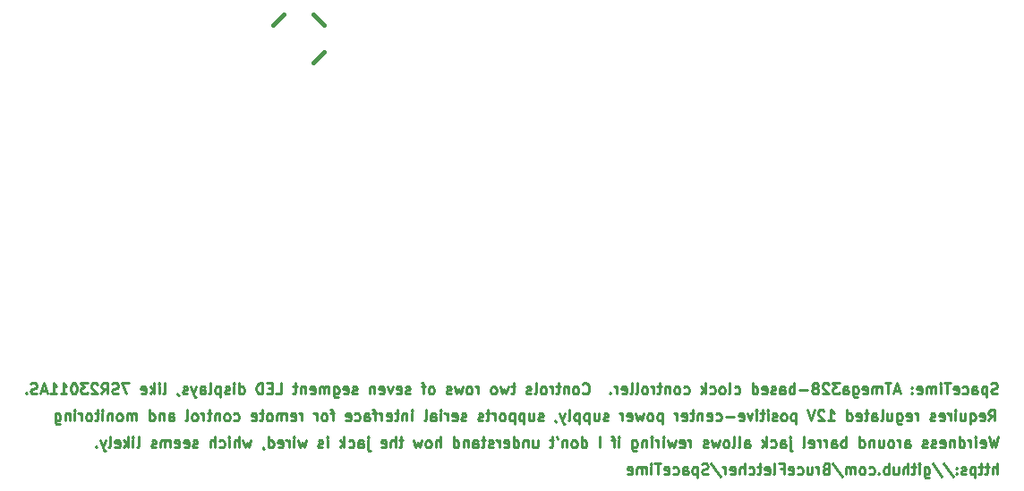
<source format=gbo>
G04 (created by PCBNEW-RS274X (2012-01-19 BZR 3256)-stable) date 5/20/2013 9:38:39 PM*
G01*
G70*
G90*
%MOIN*%
G04 Gerber Fmt 3.4, Leading zero omitted, Abs format*
%FSLAX34Y34*%
G04 APERTURE LIST*
%ADD10C,0.006000*%
%ADD11C,0.010000*%
%ADD12C,0.015000*%
G04 APERTURE END LIST*
G54D10*
G54D11*
X73778Y-41262D02*
X73778Y-40862D01*
X73606Y-41262D02*
X73606Y-41052D01*
X73625Y-41014D01*
X73663Y-40995D01*
X73721Y-40995D01*
X73759Y-41014D01*
X73778Y-41033D01*
X73473Y-40995D02*
X73321Y-40995D01*
X73416Y-40862D02*
X73416Y-41205D01*
X73397Y-41243D01*
X73359Y-41262D01*
X73321Y-41262D01*
X73244Y-40995D02*
X73092Y-40995D01*
X73187Y-40862D02*
X73187Y-41205D01*
X73168Y-41243D01*
X73130Y-41262D01*
X73092Y-41262D01*
X72958Y-40995D02*
X72958Y-41395D01*
X72958Y-41014D02*
X72920Y-40995D01*
X72843Y-40995D01*
X72805Y-41014D01*
X72786Y-41033D01*
X72767Y-41071D01*
X72767Y-41186D01*
X72786Y-41224D01*
X72805Y-41243D01*
X72843Y-41262D01*
X72920Y-41262D01*
X72958Y-41243D01*
X72615Y-41243D02*
X72577Y-41262D01*
X72501Y-41262D01*
X72462Y-41243D01*
X72443Y-41205D01*
X72443Y-41186D01*
X72462Y-41148D01*
X72501Y-41129D01*
X72558Y-41129D01*
X72596Y-41110D01*
X72615Y-41071D01*
X72615Y-41052D01*
X72596Y-41014D01*
X72558Y-40995D01*
X72501Y-40995D01*
X72462Y-41014D01*
X72272Y-41224D02*
X72253Y-41243D01*
X72272Y-41262D01*
X72291Y-41243D01*
X72272Y-41224D01*
X72272Y-41262D01*
X72272Y-41014D02*
X72253Y-41033D01*
X72272Y-41052D01*
X72291Y-41033D01*
X72272Y-41014D01*
X72272Y-41052D01*
X71796Y-40843D02*
X72139Y-41357D01*
X71377Y-40843D02*
X71720Y-41357D01*
X71072Y-40995D02*
X71072Y-41319D01*
X71091Y-41357D01*
X71110Y-41376D01*
X71149Y-41395D01*
X71206Y-41395D01*
X71244Y-41376D01*
X71072Y-41243D02*
X71110Y-41262D01*
X71187Y-41262D01*
X71225Y-41243D01*
X71244Y-41224D01*
X71263Y-41186D01*
X71263Y-41071D01*
X71244Y-41033D01*
X71225Y-41014D01*
X71187Y-40995D01*
X71110Y-40995D01*
X71072Y-41014D01*
X70882Y-41262D02*
X70882Y-40995D01*
X70882Y-40862D02*
X70901Y-40881D01*
X70882Y-40900D01*
X70863Y-40881D01*
X70882Y-40862D01*
X70882Y-40900D01*
X70749Y-40995D02*
X70597Y-40995D01*
X70692Y-40862D02*
X70692Y-41205D01*
X70673Y-41243D01*
X70635Y-41262D01*
X70597Y-41262D01*
X70463Y-41262D02*
X70463Y-40862D01*
X70291Y-41262D02*
X70291Y-41052D01*
X70310Y-41014D01*
X70348Y-40995D01*
X70406Y-40995D01*
X70444Y-41014D01*
X70463Y-41033D01*
X69929Y-40995D02*
X69929Y-41262D01*
X70101Y-40995D02*
X70101Y-41205D01*
X70082Y-41243D01*
X70044Y-41262D01*
X69986Y-41262D01*
X69948Y-41243D01*
X69929Y-41224D01*
X69739Y-41262D02*
X69739Y-40862D01*
X69739Y-41014D02*
X69701Y-40995D01*
X69624Y-40995D01*
X69586Y-41014D01*
X69567Y-41033D01*
X69548Y-41071D01*
X69548Y-41186D01*
X69567Y-41224D01*
X69586Y-41243D01*
X69624Y-41262D01*
X69701Y-41262D01*
X69739Y-41243D01*
X69377Y-41224D02*
X69358Y-41243D01*
X69377Y-41262D01*
X69396Y-41243D01*
X69377Y-41224D01*
X69377Y-41262D01*
X69015Y-41243D02*
X69053Y-41262D01*
X69130Y-41262D01*
X69168Y-41243D01*
X69187Y-41224D01*
X69206Y-41186D01*
X69206Y-41071D01*
X69187Y-41033D01*
X69168Y-41014D01*
X69130Y-40995D01*
X69053Y-40995D01*
X69015Y-41014D01*
X68787Y-41262D02*
X68825Y-41243D01*
X68844Y-41224D01*
X68863Y-41186D01*
X68863Y-41071D01*
X68844Y-41033D01*
X68825Y-41014D01*
X68787Y-40995D01*
X68729Y-40995D01*
X68691Y-41014D01*
X68672Y-41033D01*
X68653Y-41071D01*
X68653Y-41186D01*
X68672Y-41224D01*
X68691Y-41243D01*
X68729Y-41262D01*
X68787Y-41262D01*
X68482Y-41262D02*
X68482Y-40995D01*
X68482Y-41033D02*
X68463Y-41014D01*
X68425Y-40995D01*
X68367Y-40995D01*
X68329Y-41014D01*
X68310Y-41052D01*
X68310Y-41262D01*
X68310Y-41052D02*
X68291Y-41014D01*
X68253Y-40995D01*
X68196Y-40995D01*
X68158Y-41014D01*
X68139Y-41052D01*
X68139Y-41262D01*
X67663Y-40843D02*
X68006Y-41357D01*
X67396Y-41052D02*
X67339Y-41071D01*
X67320Y-41090D01*
X67301Y-41129D01*
X67301Y-41186D01*
X67320Y-41224D01*
X67339Y-41243D01*
X67377Y-41262D01*
X67530Y-41262D01*
X67530Y-40862D01*
X67396Y-40862D01*
X67358Y-40881D01*
X67339Y-40900D01*
X67320Y-40938D01*
X67320Y-40976D01*
X67339Y-41014D01*
X67358Y-41033D01*
X67396Y-41052D01*
X67530Y-41052D01*
X67130Y-41262D02*
X67130Y-40995D01*
X67130Y-41071D02*
X67111Y-41033D01*
X67092Y-41014D01*
X67054Y-40995D01*
X67015Y-40995D01*
X66710Y-40995D02*
X66710Y-41262D01*
X66882Y-40995D02*
X66882Y-41205D01*
X66863Y-41243D01*
X66825Y-41262D01*
X66767Y-41262D01*
X66729Y-41243D01*
X66710Y-41224D01*
X66348Y-41243D02*
X66386Y-41262D01*
X66463Y-41262D01*
X66501Y-41243D01*
X66520Y-41224D01*
X66539Y-41186D01*
X66539Y-41071D01*
X66520Y-41033D01*
X66501Y-41014D01*
X66463Y-40995D01*
X66386Y-40995D01*
X66348Y-41014D01*
X66024Y-41243D02*
X66062Y-41262D01*
X66139Y-41262D01*
X66177Y-41243D01*
X66196Y-41205D01*
X66196Y-41052D01*
X66177Y-41014D01*
X66139Y-40995D01*
X66062Y-40995D01*
X66024Y-41014D01*
X66005Y-41052D01*
X66005Y-41090D01*
X66196Y-41129D01*
X65700Y-41052D02*
X65834Y-41052D01*
X65834Y-41262D02*
X65834Y-40862D01*
X65643Y-40862D01*
X65434Y-41262D02*
X65472Y-41243D01*
X65491Y-41205D01*
X65491Y-40862D01*
X65128Y-41243D02*
X65166Y-41262D01*
X65243Y-41262D01*
X65281Y-41243D01*
X65300Y-41205D01*
X65300Y-41052D01*
X65281Y-41014D01*
X65243Y-40995D01*
X65166Y-40995D01*
X65128Y-41014D01*
X65109Y-41052D01*
X65109Y-41090D01*
X65300Y-41129D01*
X64995Y-40995D02*
X64843Y-40995D01*
X64938Y-40862D02*
X64938Y-41205D01*
X64919Y-41243D01*
X64881Y-41262D01*
X64843Y-41262D01*
X64537Y-41243D02*
X64575Y-41262D01*
X64652Y-41262D01*
X64690Y-41243D01*
X64709Y-41224D01*
X64728Y-41186D01*
X64728Y-41071D01*
X64709Y-41033D01*
X64690Y-41014D01*
X64652Y-40995D01*
X64575Y-40995D01*
X64537Y-41014D01*
X64366Y-41262D02*
X64366Y-40862D01*
X64194Y-41262D02*
X64194Y-41052D01*
X64213Y-41014D01*
X64251Y-40995D01*
X64309Y-40995D01*
X64347Y-41014D01*
X64366Y-41033D01*
X63851Y-41243D02*
X63889Y-41262D01*
X63966Y-41262D01*
X64004Y-41243D01*
X64023Y-41205D01*
X64023Y-41052D01*
X64004Y-41014D01*
X63966Y-40995D01*
X63889Y-40995D01*
X63851Y-41014D01*
X63832Y-41052D01*
X63832Y-41090D01*
X64023Y-41129D01*
X63661Y-41262D02*
X63661Y-40995D01*
X63661Y-41071D02*
X63642Y-41033D01*
X63623Y-41014D01*
X63585Y-40995D01*
X63546Y-40995D01*
X63127Y-40843D02*
X63470Y-41357D01*
X63013Y-41243D02*
X62956Y-41262D01*
X62860Y-41262D01*
X62822Y-41243D01*
X62803Y-41224D01*
X62784Y-41186D01*
X62784Y-41148D01*
X62803Y-41110D01*
X62822Y-41090D01*
X62860Y-41071D01*
X62937Y-41052D01*
X62975Y-41033D01*
X62994Y-41014D01*
X63013Y-40976D01*
X63013Y-40938D01*
X62994Y-40900D01*
X62975Y-40881D01*
X62937Y-40862D01*
X62841Y-40862D01*
X62784Y-40881D01*
X62613Y-40995D02*
X62613Y-41395D01*
X62613Y-41014D02*
X62575Y-40995D01*
X62498Y-40995D01*
X62460Y-41014D01*
X62441Y-41033D01*
X62422Y-41071D01*
X62422Y-41186D01*
X62441Y-41224D01*
X62460Y-41243D01*
X62498Y-41262D01*
X62575Y-41262D01*
X62613Y-41243D01*
X62079Y-41262D02*
X62079Y-41052D01*
X62098Y-41014D01*
X62136Y-40995D01*
X62213Y-40995D01*
X62251Y-41014D01*
X62079Y-41243D02*
X62117Y-41262D01*
X62213Y-41262D01*
X62251Y-41243D01*
X62270Y-41205D01*
X62270Y-41167D01*
X62251Y-41129D01*
X62213Y-41110D01*
X62117Y-41110D01*
X62079Y-41090D01*
X61717Y-41243D02*
X61755Y-41262D01*
X61832Y-41262D01*
X61870Y-41243D01*
X61889Y-41224D01*
X61908Y-41186D01*
X61908Y-41071D01*
X61889Y-41033D01*
X61870Y-41014D01*
X61832Y-40995D01*
X61755Y-40995D01*
X61717Y-41014D01*
X61393Y-41243D02*
X61431Y-41262D01*
X61508Y-41262D01*
X61546Y-41243D01*
X61565Y-41205D01*
X61565Y-41052D01*
X61546Y-41014D01*
X61508Y-40995D01*
X61431Y-40995D01*
X61393Y-41014D01*
X61374Y-41052D01*
X61374Y-41090D01*
X61565Y-41129D01*
X61260Y-40862D02*
X61031Y-40862D01*
X61146Y-41262D02*
X61146Y-40862D01*
X60898Y-41262D02*
X60898Y-40995D01*
X60898Y-40862D02*
X60917Y-40881D01*
X60898Y-40900D01*
X60879Y-40881D01*
X60898Y-40862D01*
X60898Y-40900D01*
X60708Y-41262D02*
X60708Y-40995D01*
X60708Y-41033D02*
X60689Y-41014D01*
X60651Y-40995D01*
X60593Y-40995D01*
X60555Y-41014D01*
X60536Y-41052D01*
X60536Y-41262D01*
X60536Y-41052D02*
X60517Y-41014D01*
X60479Y-40995D01*
X60422Y-40995D01*
X60384Y-41014D01*
X60365Y-41052D01*
X60365Y-41262D01*
X60022Y-41243D02*
X60060Y-41262D01*
X60137Y-41262D01*
X60175Y-41243D01*
X60194Y-41205D01*
X60194Y-41052D01*
X60175Y-41014D01*
X60137Y-40995D01*
X60060Y-40995D01*
X60022Y-41014D01*
X60003Y-41052D01*
X60003Y-41090D01*
X60194Y-41129D01*
X73815Y-39862D02*
X73720Y-40262D01*
X73643Y-39976D01*
X73567Y-40262D01*
X73472Y-39862D01*
X73167Y-40243D02*
X73205Y-40262D01*
X73282Y-40262D01*
X73320Y-40243D01*
X73339Y-40205D01*
X73339Y-40052D01*
X73320Y-40014D01*
X73282Y-39995D01*
X73205Y-39995D01*
X73167Y-40014D01*
X73148Y-40052D01*
X73148Y-40090D01*
X73339Y-40129D01*
X72977Y-40262D02*
X72977Y-39995D01*
X72977Y-39862D02*
X72996Y-39881D01*
X72977Y-39900D01*
X72958Y-39881D01*
X72977Y-39862D01*
X72977Y-39900D01*
X72787Y-40262D02*
X72787Y-39995D01*
X72787Y-40071D02*
X72768Y-40033D01*
X72749Y-40014D01*
X72711Y-39995D01*
X72672Y-39995D01*
X72367Y-40262D02*
X72367Y-39862D01*
X72367Y-40243D02*
X72405Y-40262D01*
X72482Y-40262D01*
X72520Y-40243D01*
X72539Y-40224D01*
X72558Y-40186D01*
X72558Y-40071D01*
X72539Y-40033D01*
X72520Y-40014D01*
X72482Y-39995D01*
X72405Y-39995D01*
X72367Y-40014D01*
X72177Y-39995D02*
X72177Y-40262D01*
X72177Y-40033D02*
X72158Y-40014D01*
X72120Y-39995D01*
X72062Y-39995D01*
X72024Y-40014D01*
X72005Y-40052D01*
X72005Y-40262D01*
X71662Y-40243D02*
X71700Y-40262D01*
X71777Y-40262D01*
X71815Y-40243D01*
X71834Y-40205D01*
X71834Y-40052D01*
X71815Y-40014D01*
X71777Y-39995D01*
X71700Y-39995D01*
X71662Y-40014D01*
X71643Y-40052D01*
X71643Y-40090D01*
X71834Y-40129D01*
X71491Y-40243D02*
X71453Y-40262D01*
X71377Y-40262D01*
X71338Y-40243D01*
X71319Y-40205D01*
X71319Y-40186D01*
X71338Y-40148D01*
X71377Y-40129D01*
X71434Y-40129D01*
X71472Y-40110D01*
X71491Y-40071D01*
X71491Y-40052D01*
X71472Y-40014D01*
X71434Y-39995D01*
X71377Y-39995D01*
X71338Y-40014D01*
X71167Y-40243D02*
X71129Y-40262D01*
X71053Y-40262D01*
X71014Y-40243D01*
X70995Y-40205D01*
X70995Y-40186D01*
X71014Y-40148D01*
X71053Y-40129D01*
X71110Y-40129D01*
X71148Y-40110D01*
X71167Y-40071D01*
X71167Y-40052D01*
X71148Y-40014D01*
X71110Y-39995D01*
X71053Y-39995D01*
X71014Y-40014D01*
X70347Y-40262D02*
X70347Y-40052D01*
X70366Y-40014D01*
X70404Y-39995D01*
X70481Y-39995D01*
X70519Y-40014D01*
X70347Y-40243D02*
X70385Y-40262D01*
X70481Y-40262D01*
X70519Y-40243D01*
X70538Y-40205D01*
X70538Y-40167D01*
X70519Y-40129D01*
X70481Y-40110D01*
X70385Y-40110D01*
X70347Y-40090D01*
X70157Y-40262D02*
X70157Y-39995D01*
X70157Y-40071D02*
X70138Y-40033D01*
X70119Y-40014D01*
X70081Y-39995D01*
X70042Y-39995D01*
X69852Y-40262D02*
X69890Y-40243D01*
X69909Y-40224D01*
X69928Y-40186D01*
X69928Y-40071D01*
X69909Y-40033D01*
X69890Y-40014D01*
X69852Y-39995D01*
X69794Y-39995D01*
X69756Y-40014D01*
X69737Y-40033D01*
X69718Y-40071D01*
X69718Y-40186D01*
X69737Y-40224D01*
X69756Y-40243D01*
X69794Y-40262D01*
X69852Y-40262D01*
X69375Y-39995D02*
X69375Y-40262D01*
X69547Y-39995D02*
X69547Y-40205D01*
X69528Y-40243D01*
X69490Y-40262D01*
X69432Y-40262D01*
X69394Y-40243D01*
X69375Y-40224D01*
X69185Y-39995D02*
X69185Y-40262D01*
X69185Y-40033D02*
X69166Y-40014D01*
X69128Y-39995D01*
X69070Y-39995D01*
X69032Y-40014D01*
X69013Y-40052D01*
X69013Y-40262D01*
X68651Y-40262D02*
X68651Y-39862D01*
X68651Y-40243D02*
X68689Y-40262D01*
X68766Y-40262D01*
X68804Y-40243D01*
X68823Y-40224D01*
X68842Y-40186D01*
X68842Y-40071D01*
X68823Y-40033D01*
X68804Y-40014D01*
X68766Y-39995D01*
X68689Y-39995D01*
X68651Y-40014D01*
X68156Y-40262D02*
X68156Y-39862D01*
X68156Y-40014D02*
X68118Y-39995D01*
X68041Y-39995D01*
X68003Y-40014D01*
X67984Y-40033D01*
X67965Y-40071D01*
X67965Y-40186D01*
X67984Y-40224D01*
X68003Y-40243D01*
X68041Y-40262D01*
X68118Y-40262D01*
X68156Y-40243D01*
X67622Y-40262D02*
X67622Y-40052D01*
X67641Y-40014D01*
X67679Y-39995D01*
X67756Y-39995D01*
X67794Y-40014D01*
X67622Y-40243D02*
X67660Y-40262D01*
X67756Y-40262D01*
X67794Y-40243D01*
X67813Y-40205D01*
X67813Y-40167D01*
X67794Y-40129D01*
X67756Y-40110D01*
X67660Y-40110D01*
X67622Y-40090D01*
X67432Y-40262D02*
X67432Y-39995D01*
X67432Y-40071D02*
X67413Y-40033D01*
X67394Y-40014D01*
X67356Y-39995D01*
X67317Y-39995D01*
X67184Y-40262D02*
X67184Y-39995D01*
X67184Y-40071D02*
X67165Y-40033D01*
X67146Y-40014D01*
X67108Y-39995D01*
X67069Y-39995D01*
X66783Y-40243D02*
X66821Y-40262D01*
X66898Y-40262D01*
X66936Y-40243D01*
X66955Y-40205D01*
X66955Y-40052D01*
X66936Y-40014D01*
X66898Y-39995D01*
X66821Y-39995D01*
X66783Y-40014D01*
X66764Y-40052D01*
X66764Y-40090D01*
X66955Y-40129D01*
X66536Y-40262D02*
X66574Y-40243D01*
X66593Y-40205D01*
X66593Y-39862D01*
X66078Y-39995D02*
X66078Y-40338D01*
X66097Y-40376D01*
X66135Y-40395D01*
X66154Y-40395D01*
X66078Y-39862D02*
X66097Y-39881D01*
X66078Y-39900D01*
X66059Y-39881D01*
X66078Y-39862D01*
X66078Y-39900D01*
X65716Y-40262D02*
X65716Y-40052D01*
X65735Y-40014D01*
X65773Y-39995D01*
X65850Y-39995D01*
X65888Y-40014D01*
X65716Y-40243D02*
X65754Y-40262D01*
X65850Y-40262D01*
X65888Y-40243D01*
X65907Y-40205D01*
X65907Y-40167D01*
X65888Y-40129D01*
X65850Y-40110D01*
X65754Y-40110D01*
X65716Y-40090D01*
X65354Y-40243D02*
X65392Y-40262D01*
X65469Y-40262D01*
X65507Y-40243D01*
X65526Y-40224D01*
X65545Y-40186D01*
X65545Y-40071D01*
X65526Y-40033D01*
X65507Y-40014D01*
X65469Y-39995D01*
X65392Y-39995D01*
X65354Y-40014D01*
X65183Y-40262D02*
X65183Y-39862D01*
X65145Y-40110D02*
X65030Y-40262D01*
X65030Y-39995D02*
X65183Y-40148D01*
X64382Y-40262D02*
X64382Y-40052D01*
X64401Y-40014D01*
X64439Y-39995D01*
X64516Y-39995D01*
X64554Y-40014D01*
X64382Y-40243D02*
X64420Y-40262D01*
X64516Y-40262D01*
X64554Y-40243D01*
X64573Y-40205D01*
X64573Y-40167D01*
X64554Y-40129D01*
X64516Y-40110D01*
X64420Y-40110D01*
X64382Y-40090D01*
X64135Y-40262D02*
X64173Y-40243D01*
X64192Y-40205D01*
X64192Y-39862D01*
X63925Y-40262D02*
X63963Y-40243D01*
X63982Y-40205D01*
X63982Y-39862D01*
X63715Y-40262D02*
X63753Y-40243D01*
X63772Y-40224D01*
X63791Y-40186D01*
X63791Y-40071D01*
X63772Y-40033D01*
X63753Y-40014D01*
X63715Y-39995D01*
X63657Y-39995D01*
X63619Y-40014D01*
X63600Y-40033D01*
X63581Y-40071D01*
X63581Y-40186D01*
X63600Y-40224D01*
X63619Y-40243D01*
X63657Y-40262D01*
X63715Y-40262D01*
X63448Y-39995D02*
X63372Y-40262D01*
X63295Y-40071D01*
X63219Y-40262D01*
X63143Y-39995D01*
X63010Y-40243D02*
X62972Y-40262D01*
X62896Y-40262D01*
X62857Y-40243D01*
X62838Y-40205D01*
X62838Y-40186D01*
X62857Y-40148D01*
X62896Y-40129D01*
X62953Y-40129D01*
X62991Y-40110D01*
X63010Y-40071D01*
X63010Y-40052D01*
X62991Y-40014D01*
X62953Y-39995D01*
X62896Y-39995D01*
X62857Y-40014D01*
X62362Y-40262D02*
X62362Y-39995D01*
X62362Y-40071D02*
X62343Y-40033D01*
X62324Y-40014D01*
X62286Y-39995D01*
X62247Y-39995D01*
X61961Y-40243D02*
X61999Y-40262D01*
X62076Y-40262D01*
X62114Y-40243D01*
X62133Y-40205D01*
X62133Y-40052D01*
X62114Y-40014D01*
X62076Y-39995D01*
X61999Y-39995D01*
X61961Y-40014D01*
X61942Y-40052D01*
X61942Y-40090D01*
X62133Y-40129D01*
X61809Y-39995D02*
X61733Y-40262D01*
X61656Y-40071D01*
X61580Y-40262D01*
X61504Y-39995D01*
X61352Y-40262D02*
X61352Y-39995D01*
X61352Y-39862D02*
X61371Y-39881D01*
X61352Y-39900D01*
X61333Y-39881D01*
X61352Y-39862D01*
X61352Y-39900D01*
X61162Y-40262D02*
X61162Y-39995D01*
X61162Y-40071D02*
X61143Y-40033D01*
X61124Y-40014D01*
X61086Y-39995D01*
X61047Y-39995D01*
X60914Y-40262D02*
X60914Y-39995D01*
X60914Y-39862D02*
X60933Y-39881D01*
X60914Y-39900D01*
X60895Y-39881D01*
X60914Y-39862D01*
X60914Y-39900D01*
X60724Y-39995D02*
X60724Y-40262D01*
X60724Y-40033D02*
X60705Y-40014D01*
X60667Y-39995D01*
X60609Y-39995D01*
X60571Y-40014D01*
X60552Y-40052D01*
X60552Y-40262D01*
X60190Y-39995D02*
X60190Y-40319D01*
X60209Y-40357D01*
X60228Y-40376D01*
X60267Y-40395D01*
X60324Y-40395D01*
X60362Y-40376D01*
X60190Y-40243D02*
X60228Y-40262D01*
X60305Y-40262D01*
X60343Y-40243D01*
X60362Y-40224D01*
X60381Y-40186D01*
X60381Y-40071D01*
X60362Y-40033D01*
X60343Y-40014D01*
X60305Y-39995D01*
X60228Y-39995D01*
X60190Y-40014D01*
X59695Y-40262D02*
X59695Y-39995D01*
X59695Y-39862D02*
X59714Y-39881D01*
X59695Y-39900D01*
X59676Y-39881D01*
X59695Y-39862D01*
X59695Y-39900D01*
X59562Y-39995D02*
X59410Y-39995D01*
X59505Y-40262D02*
X59505Y-39919D01*
X59486Y-39881D01*
X59448Y-39862D01*
X59410Y-39862D01*
X58971Y-40262D02*
X58971Y-39862D01*
X58304Y-40262D02*
X58304Y-39862D01*
X58304Y-40243D02*
X58342Y-40262D01*
X58419Y-40262D01*
X58457Y-40243D01*
X58476Y-40224D01*
X58495Y-40186D01*
X58495Y-40071D01*
X58476Y-40033D01*
X58457Y-40014D01*
X58419Y-39995D01*
X58342Y-39995D01*
X58304Y-40014D01*
X58057Y-40262D02*
X58095Y-40243D01*
X58114Y-40224D01*
X58133Y-40186D01*
X58133Y-40071D01*
X58114Y-40033D01*
X58095Y-40014D01*
X58057Y-39995D01*
X57999Y-39995D01*
X57961Y-40014D01*
X57942Y-40033D01*
X57923Y-40071D01*
X57923Y-40186D01*
X57942Y-40224D01*
X57961Y-40243D01*
X57999Y-40262D01*
X58057Y-40262D01*
X57752Y-39995D02*
X57752Y-40262D01*
X57752Y-40033D02*
X57733Y-40014D01*
X57695Y-39995D01*
X57637Y-39995D01*
X57599Y-40014D01*
X57580Y-40052D01*
X57580Y-40262D01*
X57371Y-39862D02*
X57409Y-39938D01*
X57257Y-39995D02*
X57105Y-39995D01*
X57200Y-39862D02*
X57200Y-40205D01*
X57181Y-40243D01*
X57143Y-40262D01*
X57105Y-40262D01*
X56494Y-39995D02*
X56494Y-40262D01*
X56666Y-39995D02*
X56666Y-40205D01*
X56647Y-40243D01*
X56609Y-40262D01*
X56551Y-40262D01*
X56513Y-40243D01*
X56494Y-40224D01*
X56304Y-39995D02*
X56304Y-40262D01*
X56304Y-40033D02*
X56285Y-40014D01*
X56247Y-39995D01*
X56189Y-39995D01*
X56151Y-40014D01*
X56132Y-40052D01*
X56132Y-40262D01*
X55770Y-40262D02*
X55770Y-39862D01*
X55770Y-40243D02*
X55808Y-40262D01*
X55885Y-40262D01*
X55923Y-40243D01*
X55942Y-40224D01*
X55961Y-40186D01*
X55961Y-40071D01*
X55942Y-40033D01*
X55923Y-40014D01*
X55885Y-39995D01*
X55808Y-39995D01*
X55770Y-40014D01*
X55427Y-40243D02*
X55465Y-40262D01*
X55542Y-40262D01*
X55580Y-40243D01*
X55599Y-40205D01*
X55599Y-40052D01*
X55580Y-40014D01*
X55542Y-39995D01*
X55465Y-39995D01*
X55427Y-40014D01*
X55408Y-40052D01*
X55408Y-40090D01*
X55599Y-40129D01*
X55237Y-40262D02*
X55237Y-39995D01*
X55237Y-40071D02*
X55218Y-40033D01*
X55199Y-40014D01*
X55161Y-39995D01*
X55122Y-39995D01*
X55008Y-40243D02*
X54970Y-40262D01*
X54894Y-40262D01*
X54855Y-40243D01*
X54836Y-40205D01*
X54836Y-40186D01*
X54855Y-40148D01*
X54894Y-40129D01*
X54951Y-40129D01*
X54989Y-40110D01*
X55008Y-40071D01*
X55008Y-40052D01*
X54989Y-40014D01*
X54951Y-39995D01*
X54894Y-39995D01*
X54855Y-40014D01*
X54722Y-39995D02*
X54570Y-39995D01*
X54665Y-39862D02*
X54665Y-40205D01*
X54646Y-40243D01*
X54608Y-40262D01*
X54570Y-40262D01*
X54264Y-40262D02*
X54264Y-40052D01*
X54283Y-40014D01*
X54321Y-39995D01*
X54398Y-39995D01*
X54436Y-40014D01*
X54264Y-40243D02*
X54302Y-40262D01*
X54398Y-40262D01*
X54436Y-40243D01*
X54455Y-40205D01*
X54455Y-40167D01*
X54436Y-40129D01*
X54398Y-40110D01*
X54302Y-40110D01*
X54264Y-40090D01*
X54074Y-39995D02*
X54074Y-40262D01*
X54074Y-40033D02*
X54055Y-40014D01*
X54017Y-39995D01*
X53959Y-39995D01*
X53921Y-40014D01*
X53902Y-40052D01*
X53902Y-40262D01*
X53540Y-40262D02*
X53540Y-39862D01*
X53540Y-40243D02*
X53578Y-40262D01*
X53655Y-40262D01*
X53693Y-40243D01*
X53712Y-40224D01*
X53731Y-40186D01*
X53731Y-40071D01*
X53712Y-40033D01*
X53693Y-40014D01*
X53655Y-39995D01*
X53578Y-39995D01*
X53540Y-40014D01*
X53045Y-40262D02*
X53045Y-39862D01*
X52873Y-40262D02*
X52873Y-40052D01*
X52892Y-40014D01*
X52930Y-39995D01*
X52988Y-39995D01*
X53026Y-40014D01*
X53045Y-40033D01*
X52626Y-40262D02*
X52664Y-40243D01*
X52683Y-40224D01*
X52702Y-40186D01*
X52702Y-40071D01*
X52683Y-40033D01*
X52664Y-40014D01*
X52626Y-39995D01*
X52568Y-39995D01*
X52530Y-40014D01*
X52511Y-40033D01*
X52492Y-40071D01*
X52492Y-40186D01*
X52511Y-40224D01*
X52530Y-40243D01*
X52568Y-40262D01*
X52626Y-40262D01*
X52359Y-39995D02*
X52283Y-40262D01*
X52206Y-40071D01*
X52130Y-40262D01*
X52054Y-39995D01*
X51654Y-39995D02*
X51502Y-39995D01*
X51597Y-39862D02*
X51597Y-40205D01*
X51578Y-40243D01*
X51540Y-40262D01*
X51502Y-40262D01*
X51368Y-40262D02*
X51368Y-39862D01*
X51196Y-40262D02*
X51196Y-40052D01*
X51215Y-40014D01*
X51253Y-39995D01*
X51311Y-39995D01*
X51349Y-40014D01*
X51368Y-40033D01*
X50853Y-40243D02*
X50891Y-40262D01*
X50968Y-40262D01*
X51006Y-40243D01*
X51025Y-40205D01*
X51025Y-40052D01*
X51006Y-40014D01*
X50968Y-39995D01*
X50891Y-39995D01*
X50853Y-40014D01*
X50834Y-40052D01*
X50834Y-40090D01*
X51025Y-40129D01*
X50358Y-39995D02*
X50358Y-40338D01*
X50377Y-40376D01*
X50415Y-40395D01*
X50434Y-40395D01*
X50358Y-39862D02*
X50377Y-39881D01*
X50358Y-39900D01*
X50339Y-39881D01*
X50358Y-39862D01*
X50358Y-39900D01*
X49996Y-40262D02*
X49996Y-40052D01*
X50015Y-40014D01*
X50053Y-39995D01*
X50130Y-39995D01*
X50168Y-40014D01*
X49996Y-40243D02*
X50034Y-40262D01*
X50130Y-40262D01*
X50168Y-40243D01*
X50187Y-40205D01*
X50187Y-40167D01*
X50168Y-40129D01*
X50130Y-40110D01*
X50034Y-40110D01*
X49996Y-40090D01*
X49634Y-40243D02*
X49672Y-40262D01*
X49749Y-40262D01*
X49787Y-40243D01*
X49806Y-40224D01*
X49825Y-40186D01*
X49825Y-40071D01*
X49806Y-40033D01*
X49787Y-40014D01*
X49749Y-39995D01*
X49672Y-39995D01*
X49634Y-40014D01*
X49463Y-40262D02*
X49463Y-39862D01*
X49425Y-40110D02*
X49310Y-40262D01*
X49310Y-39995D02*
X49463Y-40148D01*
X48834Y-40262D02*
X48834Y-39995D01*
X48834Y-39862D02*
X48853Y-39881D01*
X48834Y-39900D01*
X48815Y-39881D01*
X48834Y-39862D01*
X48834Y-39900D01*
X48663Y-40243D02*
X48625Y-40262D01*
X48549Y-40262D01*
X48510Y-40243D01*
X48491Y-40205D01*
X48491Y-40186D01*
X48510Y-40148D01*
X48549Y-40129D01*
X48606Y-40129D01*
X48644Y-40110D01*
X48663Y-40071D01*
X48663Y-40052D01*
X48644Y-40014D01*
X48606Y-39995D01*
X48549Y-39995D01*
X48510Y-40014D01*
X48053Y-39995D02*
X47977Y-40262D01*
X47900Y-40071D01*
X47824Y-40262D01*
X47748Y-39995D01*
X47596Y-40262D02*
X47596Y-39995D01*
X47596Y-39862D02*
X47615Y-39881D01*
X47596Y-39900D01*
X47577Y-39881D01*
X47596Y-39862D01*
X47596Y-39900D01*
X47406Y-40262D02*
X47406Y-39995D01*
X47406Y-40071D02*
X47387Y-40033D01*
X47368Y-40014D01*
X47330Y-39995D01*
X47291Y-39995D01*
X47005Y-40243D02*
X47043Y-40262D01*
X47120Y-40262D01*
X47158Y-40243D01*
X47177Y-40205D01*
X47177Y-40052D01*
X47158Y-40014D01*
X47120Y-39995D01*
X47043Y-39995D01*
X47005Y-40014D01*
X46986Y-40052D01*
X46986Y-40090D01*
X47177Y-40129D01*
X46643Y-40262D02*
X46643Y-39862D01*
X46643Y-40243D02*
X46681Y-40262D01*
X46758Y-40262D01*
X46796Y-40243D01*
X46815Y-40224D01*
X46834Y-40186D01*
X46834Y-40071D01*
X46815Y-40033D01*
X46796Y-40014D01*
X46758Y-39995D01*
X46681Y-39995D01*
X46643Y-40014D01*
X46434Y-40243D02*
X46434Y-40262D01*
X46453Y-40300D01*
X46472Y-40319D01*
X45996Y-39995D02*
X45920Y-40262D01*
X45843Y-40071D01*
X45767Y-40262D01*
X45691Y-39995D01*
X45539Y-40262D02*
X45539Y-39862D01*
X45367Y-40262D02*
X45367Y-40052D01*
X45386Y-40014D01*
X45424Y-39995D01*
X45482Y-39995D01*
X45520Y-40014D01*
X45539Y-40033D01*
X45177Y-40262D02*
X45177Y-39995D01*
X45177Y-39862D02*
X45196Y-39881D01*
X45177Y-39900D01*
X45158Y-39881D01*
X45177Y-39862D01*
X45177Y-39900D01*
X44815Y-40243D02*
X44853Y-40262D01*
X44930Y-40262D01*
X44968Y-40243D01*
X44987Y-40224D01*
X45006Y-40186D01*
X45006Y-40071D01*
X44987Y-40033D01*
X44968Y-40014D01*
X44930Y-39995D01*
X44853Y-39995D01*
X44815Y-40014D01*
X44644Y-40262D02*
X44644Y-39862D01*
X44472Y-40262D02*
X44472Y-40052D01*
X44491Y-40014D01*
X44529Y-39995D01*
X44587Y-39995D01*
X44625Y-40014D01*
X44644Y-40033D01*
X43996Y-40243D02*
X43958Y-40262D01*
X43882Y-40262D01*
X43843Y-40243D01*
X43824Y-40205D01*
X43824Y-40186D01*
X43843Y-40148D01*
X43882Y-40129D01*
X43939Y-40129D01*
X43977Y-40110D01*
X43996Y-40071D01*
X43996Y-40052D01*
X43977Y-40014D01*
X43939Y-39995D01*
X43882Y-39995D01*
X43843Y-40014D01*
X43500Y-40243D02*
X43538Y-40262D01*
X43615Y-40262D01*
X43653Y-40243D01*
X43672Y-40205D01*
X43672Y-40052D01*
X43653Y-40014D01*
X43615Y-39995D01*
X43538Y-39995D01*
X43500Y-40014D01*
X43481Y-40052D01*
X43481Y-40090D01*
X43672Y-40129D01*
X43157Y-40243D02*
X43195Y-40262D01*
X43272Y-40262D01*
X43310Y-40243D01*
X43329Y-40205D01*
X43329Y-40052D01*
X43310Y-40014D01*
X43272Y-39995D01*
X43195Y-39995D01*
X43157Y-40014D01*
X43138Y-40052D01*
X43138Y-40090D01*
X43329Y-40129D01*
X42967Y-40262D02*
X42967Y-39995D01*
X42967Y-40033D02*
X42948Y-40014D01*
X42910Y-39995D01*
X42852Y-39995D01*
X42814Y-40014D01*
X42795Y-40052D01*
X42795Y-40262D01*
X42795Y-40052D02*
X42776Y-40014D01*
X42738Y-39995D01*
X42681Y-39995D01*
X42643Y-40014D01*
X42624Y-40052D01*
X42624Y-40262D01*
X42453Y-40243D02*
X42415Y-40262D01*
X42339Y-40262D01*
X42300Y-40243D01*
X42281Y-40205D01*
X42281Y-40186D01*
X42300Y-40148D01*
X42339Y-40129D01*
X42396Y-40129D01*
X42434Y-40110D01*
X42453Y-40071D01*
X42453Y-40052D01*
X42434Y-40014D01*
X42396Y-39995D01*
X42339Y-39995D01*
X42300Y-40014D01*
X41748Y-40262D02*
X41786Y-40243D01*
X41805Y-40205D01*
X41805Y-39862D01*
X41595Y-40262D02*
X41595Y-39995D01*
X41595Y-39862D02*
X41614Y-39881D01*
X41595Y-39900D01*
X41576Y-39881D01*
X41595Y-39862D01*
X41595Y-39900D01*
X41405Y-40262D02*
X41405Y-39862D01*
X41367Y-40110D02*
X41252Y-40262D01*
X41252Y-39995D02*
X41405Y-40148D01*
X40928Y-40243D02*
X40966Y-40262D01*
X41043Y-40262D01*
X41081Y-40243D01*
X41100Y-40205D01*
X41100Y-40052D01*
X41081Y-40014D01*
X41043Y-39995D01*
X40966Y-39995D01*
X40928Y-40014D01*
X40909Y-40052D01*
X40909Y-40090D01*
X41100Y-40129D01*
X40681Y-40262D02*
X40719Y-40243D01*
X40738Y-40205D01*
X40738Y-39862D01*
X40566Y-39995D02*
X40471Y-40262D01*
X40375Y-39995D02*
X40471Y-40262D01*
X40509Y-40357D01*
X40528Y-40376D01*
X40566Y-40395D01*
X40223Y-40224D02*
X40204Y-40243D01*
X40223Y-40262D01*
X40242Y-40243D01*
X40223Y-40224D01*
X40223Y-40262D01*
X73465Y-39262D02*
X73599Y-39071D01*
X73694Y-39262D02*
X73694Y-38862D01*
X73541Y-38862D01*
X73503Y-38881D01*
X73484Y-38900D01*
X73465Y-38938D01*
X73465Y-38995D01*
X73484Y-39033D01*
X73503Y-39052D01*
X73541Y-39071D01*
X73694Y-39071D01*
X73141Y-39243D02*
X73179Y-39262D01*
X73256Y-39262D01*
X73294Y-39243D01*
X73313Y-39205D01*
X73313Y-39052D01*
X73294Y-39014D01*
X73256Y-38995D01*
X73179Y-38995D01*
X73141Y-39014D01*
X73122Y-39052D01*
X73122Y-39090D01*
X73313Y-39129D01*
X72779Y-38995D02*
X72779Y-39395D01*
X72779Y-39243D02*
X72817Y-39262D01*
X72894Y-39262D01*
X72932Y-39243D01*
X72951Y-39224D01*
X72970Y-39186D01*
X72970Y-39071D01*
X72951Y-39033D01*
X72932Y-39014D01*
X72894Y-38995D01*
X72817Y-38995D01*
X72779Y-39014D01*
X72417Y-38995D02*
X72417Y-39262D01*
X72589Y-38995D02*
X72589Y-39205D01*
X72570Y-39243D01*
X72532Y-39262D01*
X72474Y-39262D01*
X72436Y-39243D01*
X72417Y-39224D01*
X72227Y-39262D02*
X72227Y-38995D01*
X72227Y-38862D02*
X72246Y-38881D01*
X72227Y-38900D01*
X72208Y-38881D01*
X72227Y-38862D01*
X72227Y-38900D01*
X72037Y-39262D02*
X72037Y-38995D01*
X72037Y-39071D02*
X72018Y-39033D01*
X71999Y-39014D01*
X71961Y-38995D01*
X71922Y-38995D01*
X71636Y-39243D02*
X71674Y-39262D01*
X71751Y-39262D01*
X71789Y-39243D01*
X71808Y-39205D01*
X71808Y-39052D01*
X71789Y-39014D01*
X71751Y-38995D01*
X71674Y-38995D01*
X71636Y-39014D01*
X71617Y-39052D01*
X71617Y-39090D01*
X71808Y-39129D01*
X71465Y-39243D02*
X71427Y-39262D01*
X71351Y-39262D01*
X71312Y-39243D01*
X71293Y-39205D01*
X71293Y-39186D01*
X71312Y-39148D01*
X71351Y-39129D01*
X71408Y-39129D01*
X71446Y-39110D01*
X71465Y-39071D01*
X71465Y-39052D01*
X71446Y-39014D01*
X71408Y-38995D01*
X71351Y-38995D01*
X71312Y-39014D01*
X70817Y-39262D02*
X70817Y-38995D01*
X70817Y-39071D02*
X70798Y-39033D01*
X70779Y-39014D01*
X70741Y-38995D01*
X70702Y-38995D01*
X70416Y-39243D02*
X70454Y-39262D01*
X70531Y-39262D01*
X70569Y-39243D01*
X70588Y-39205D01*
X70588Y-39052D01*
X70569Y-39014D01*
X70531Y-38995D01*
X70454Y-38995D01*
X70416Y-39014D01*
X70397Y-39052D01*
X70397Y-39090D01*
X70588Y-39129D01*
X70054Y-38995D02*
X70054Y-39319D01*
X70073Y-39357D01*
X70092Y-39376D01*
X70131Y-39395D01*
X70188Y-39395D01*
X70226Y-39376D01*
X70054Y-39243D02*
X70092Y-39262D01*
X70169Y-39262D01*
X70207Y-39243D01*
X70226Y-39224D01*
X70245Y-39186D01*
X70245Y-39071D01*
X70226Y-39033D01*
X70207Y-39014D01*
X70169Y-38995D01*
X70092Y-38995D01*
X70054Y-39014D01*
X69692Y-38995D02*
X69692Y-39262D01*
X69864Y-38995D02*
X69864Y-39205D01*
X69845Y-39243D01*
X69807Y-39262D01*
X69749Y-39262D01*
X69711Y-39243D01*
X69692Y-39224D01*
X69445Y-39262D02*
X69483Y-39243D01*
X69502Y-39205D01*
X69502Y-38862D01*
X69120Y-39262D02*
X69120Y-39052D01*
X69139Y-39014D01*
X69177Y-38995D01*
X69254Y-38995D01*
X69292Y-39014D01*
X69120Y-39243D02*
X69158Y-39262D01*
X69254Y-39262D01*
X69292Y-39243D01*
X69311Y-39205D01*
X69311Y-39167D01*
X69292Y-39129D01*
X69254Y-39110D01*
X69158Y-39110D01*
X69120Y-39090D01*
X68987Y-38995D02*
X68835Y-38995D01*
X68930Y-38862D02*
X68930Y-39205D01*
X68911Y-39243D01*
X68873Y-39262D01*
X68835Y-39262D01*
X68548Y-39243D02*
X68586Y-39262D01*
X68663Y-39262D01*
X68701Y-39243D01*
X68720Y-39205D01*
X68720Y-39052D01*
X68701Y-39014D01*
X68663Y-38995D01*
X68586Y-38995D01*
X68548Y-39014D01*
X68529Y-39052D01*
X68529Y-39090D01*
X68720Y-39129D01*
X68186Y-39262D02*
X68186Y-38862D01*
X68186Y-39243D02*
X68224Y-39262D01*
X68301Y-39262D01*
X68339Y-39243D01*
X68358Y-39224D01*
X68377Y-39186D01*
X68377Y-39071D01*
X68358Y-39033D01*
X68339Y-39014D01*
X68301Y-38995D01*
X68224Y-38995D01*
X68186Y-39014D01*
X67481Y-39262D02*
X67710Y-39262D01*
X67596Y-39262D02*
X67596Y-38862D01*
X67634Y-38919D01*
X67672Y-38957D01*
X67710Y-38976D01*
X67329Y-38900D02*
X67310Y-38881D01*
X67272Y-38862D01*
X67176Y-38862D01*
X67138Y-38881D01*
X67119Y-38900D01*
X67100Y-38938D01*
X67100Y-38976D01*
X67119Y-39033D01*
X67348Y-39262D01*
X67100Y-39262D01*
X66986Y-38862D02*
X66853Y-39262D01*
X66719Y-38862D01*
X66281Y-38995D02*
X66281Y-39395D01*
X66281Y-39014D02*
X66243Y-38995D01*
X66166Y-38995D01*
X66128Y-39014D01*
X66109Y-39033D01*
X66090Y-39071D01*
X66090Y-39186D01*
X66109Y-39224D01*
X66128Y-39243D01*
X66166Y-39262D01*
X66243Y-39262D01*
X66281Y-39243D01*
X65862Y-39262D02*
X65900Y-39243D01*
X65919Y-39224D01*
X65938Y-39186D01*
X65938Y-39071D01*
X65919Y-39033D01*
X65900Y-39014D01*
X65862Y-38995D01*
X65804Y-38995D01*
X65766Y-39014D01*
X65747Y-39033D01*
X65728Y-39071D01*
X65728Y-39186D01*
X65747Y-39224D01*
X65766Y-39243D01*
X65804Y-39262D01*
X65862Y-39262D01*
X65576Y-39243D02*
X65538Y-39262D01*
X65462Y-39262D01*
X65423Y-39243D01*
X65404Y-39205D01*
X65404Y-39186D01*
X65423Y-39148D01*
X65462Y-39129D01*
X65519Y-39129D01*
X65557Y-39110D01*
X65576Y-39071D01*
X65576Y-39052D01*
X65557Y-39014D01*
X65519Y-38995D01*
X65462Y-38995D01*
X65423Y-39014D01*
X65233Y-39262D02*
X65233Y-38995D01*
X65233Y-38862D02*
X65252Y-38881D01*
X65233Y-38900D01*
X65214Y-38881D01*
X65233Y-38862D01*
X65233Y-38900D01*
X65100Y-38995D02*
X64948Y-38995D01*
X65043Y-38862D02*
X65043Y-39205D01*
X65024Y-39243D01*
X64986Y-39262D01*
X64948Y-39262D01*
X64814Y-39262D02*
X64814Y-38995D01*
X64814Y-38862D02*
X64833Y-38881D01*
X64814Y-38900D01*
X64795Y-38881D01*
X64814Y-38862D01*
X64814Y-38900D01*
X64662Y-38995D02*
X64567Y-39262D01*
X64471Y-38995D01*
X64166Y-39243D02*
X64204Y-39262D01*
X64281Y-39262D01*
X64319Y-39243D01*
X64338Y-39205D01*
X64338Y-39052D01*
X64319Y-39014D01*
X64281Y-38995D01*
X64204Y-38995D01*
X64166Y-39014D01*
X64147Y-39052D01*
X64147Y-39090D01*
X64338Y-39129D01*
X63976Y-39110D02*
X63671Y-39110D01*
X63309Y-39243D02*
X63347Y-39262D01*
X63424Y-39262D01*
X63462Y-39243D01*
X63481Y-39224D01*
X63500Y-39186D01*
X63500Y-39071D01*
X63481Y-39033D01*
X63462Y-39014D01*
X63424Y-38995D01*
X63347Y-38995D01*
X63309Y-39014D01*
X62985Y-39243D02*
X63023Y-39262D01*
X63100Y-39262D01*
X63138Y-39243D01*
X63157Y-39205D01*
X63157Y-39052D01*
X63138Y-39014D01*
X63100Y-38995D01*
X63023Y-38995D01*
X62985Y-39014D01*
X62966Y-39052D01*
X62966Y-39090D01*
X63157Y-39129D01*
X62795Y-38995D02*
X62795Y-39262D01*
X62795Y-39033D02*
X62776Y-39014D01*
X62738Y-38995D01*
X62680Y-38995D01*
X62642Y-39014D01*
X62623Y-39052D01*
X62623Y-39262D01*
X62490Y-38995D02*
X62338Y-38995D01*
X62433Y-38862D02*
X62433Y-39205D01*
X62414Y-39243D01*
X62376Y-39262D01*
X62338Y-39262D01*
X62051Y-39243D02*
X62089Y-39262D01*
X62166Y-39262D01*
X62204Y-39243D01*
X62223Y-39205D01*
X62223Y-39052D01*
X62204Y-39014D01*
X62166Y-38995D01*
X62089Y-38995D01*
X62051Y-39014D01*
X62032Y-39052D01*
X62032Y-39090D01*
X62223Y-39129D01*
X61861Y-39262D02*
X61861Y-38995D01*
X61861Y-39071D02*
X61842Y-39033D01*
X61823Y-39014D01*
X61785Y-38995D01*
X61746Y-38995D01*
X61308Y-38995D02*
X61308Y-39395D01*
X61308Y-39014D02*
X61270Y-38995D01*
X61193Y-38995D01*
X61155Y-39014D01*
X61136Y-39033D01*
X61117Y-39071D01*
X61117Y-39186D01*
X61136Y-39224D01*
X61155Y-39243D01*
X61193Y-39262D01*
X61270Y-39262D01*
X61308Y-39243D01*
X60889Y-39262D02*
X60927Y-39243D01*
X60946Y-39224D01*
X60965Y-39186D01*
X60965Y-39071D01*
X60946Y-39033D01*
X60927Y-39014D01*
X60889Y-38995D01*
X60831Y-38995D01*
X60793Y-39014D01*
X60774Y-39033D01*
X60755Y-39071D01*
X60755Y-39186D01*
X60774Y-39224D01*
X60793Y-39243D01*
X60831Y-39262D01*
X60889Y-39262D01*
X60622Y-38995D02*
X60546Y-39262D01*
X60469Y-39071D01*
X60393Y-39262D01*
X60317Y-38995D01*
X60012Y-39243D02*
X60050Y-39262D01*
X60127Y-39262D01*
X60165Y-39243D01*
X60184Y-39205D01*
X60184Y-39052D01*
X60165Y-39014D01*
X60127Y-38995D01*
X60050Y-38995D01*
X60012Y-39014D01*
X59993Y-39052D01*
X59993Y-39090D01*
X60184Y-39129D01*
X59822Y-39262D02*
X59822Y-38995D01*
X59822Y-39071D02*
X59803Y-39033D01*
X59784Y-39014D01*
X59746Y-38995D01*
X59707Y-38995D01*
X59288Y-39243D02*
X59250Y-39262D01*
X59174Y-39262D01*
X59135Y-39243D01*
X59116Y-39205D01*
X59116Y-39186D01*
X59135Y-39148D01*
X59174Y-39129D01*
X59231Y-39129D01*
X59269Y-39110D01*
X59288Y-39071D01*
X59288Y-39052D01*
X59269Y-39014D01*
X59231Y-38995D01*
X59174Y-38995D01*
X59135Y-39014D01*
X58773Y-38995D02*
X58773Y-39262D01*
X58945Y-38995D02*
X58945Y-39205D01*
X58926Y-39243D01*
X58888Y-39262D01*
X58830Y-39262D01*
X58792Y-39243D01*
X58773Y-39224D01*
X58583Y-38995D02*
X58583Y-39395D01*
X58583Y-39014D02*
X58545Y-38995D01*
X58468Y-38995D01*
X58430Y-39014D01*
X58411Y-39033D01*
X58392Y-39071D01*
X58392Y-39186D01*
X58411Y-39224D01*
X58430Y-39243D01*
X58468Y-39262D01*
X58545Y-39262D01*
X58583Y-39243D01*
X58221Y-38995D02*
X58221Y-39395D01*
X58221Y-39014D02*
X58183Y-38995D01*
X58106Y-38995D01*
X58068Y-39014D01*
X58049Y-39033D01*
X58030Y-39071D01*
X58030Y-39186D01*
X58049Y-39224D01*
X58068Y-39243D01*
X58106Y-39262D01*
X58183Y-39262D01*
X58221Y-39243D01*
X57802Y-39262D02*
X57840Y-39243D01*
X57859Y-39205D01*
X57859Y-38862D01*
X57687Y-38995D02*
X57592Y-39262D01*
X57496Y-38995D02*
X57592Y-39262D01*
X57630Y-39357D01*
X57649Y-39376D01*
X57687Y-39395D01*
X57325Y-39243D02*
X57325Y-39262D01*
X57344Y-39300D01*
X57363Y-39319D01*
X56868Y-39243D02*
X56830Y-39262D01*
X56754Y-39262D01*
X56715Y-39243D01*
X56696Y-39205D01*
X56696Y-39186D01*
X56715Y-39148D01*
X56754Y-39129D01*
X56811Y-39129D01*
X56849Y-39110D01*
X56868Y-39071D01*
X56868Y-39052D01*
X56849Y-39014D01*
X56811Y-38995D01*
X56754Y-38995D01*
X56715Y-39014D01*
X56353Y-38995D02*
X56353Y-39262D01*
X56525Y-38995D02*
X56525Y-39205D01*
X56506Y-39243D01*
X56468Y-39262D01*
X56410Y-39262D01*
X56372Y-39243D01*
X56353Y-39224D01*
X56163Y-38995D02*
X56163Y-39395D01*
X56163Y-39014D02*
X56125Y-38995D01*
X56048Y-38995D01*
X56010Y-39014D01*
X55991Y-39033D01*
X55972Y-39071D01*
X55972Y-39186D01*
X55991Y-39224D01*
X56010Y-39243D01*
X56048Y-39262D01*
X56125Y-39262D01*
X56163Y-39243D01*
X55801Y-38995D02*
X55801Y-39395D01*
X55801Y-39014D02*
X55763Y-38995D01*
X55686Y-38995D01*
X55648Y-39014D01*
X55629Y-39033D01*
X55610Y-39071D01*
X55610Y-39186D01*
X55629Y-39224D01*
X55648Y-39243D01*
X55686Y-39262D01*
X55763Y-39262D01*
X55801Y-39243D01*
X55382Y-39262D02*
X55420Y-39243D01*
X55439Y-39224D01*
X55458Y-39186D01*
X55458Y-39071D01*
X55439Y-39033D01*
X55420Y-39014D01*
X55382Y-38995D01*
X55324Y-38995D01*
X55286Y-39014D01*
X55267Y-39033D01*
X55248Y-39071D01*
X55248Y-39186D01*
X55267Y-39224D01*
X55286Y-39243D01*
X55324Y-39262D01*
X55382Y-39262D01*
X55077Y-39262D02*
X55077Y-38995D01*
X55077Y-39071D02*
X55058Y-39033D01*
X55039Y-39014D01*
X55001Y-38995D01*
X54962Y-38995D01*
X54886Y-38995D02*
X54734Y-38995D01*
X54829Y-38862D02*
X54829Y-39205D01*
X54810Y-39243D01*
X54772Y-39262D01*
X54734Y-39262D01*
X54619Y-39243D02*
X54581Y-39262D01*
X54505Y-39262D01*
X54466Y-39243D01*
X54447Y-39205D01*
X54447Y-39186D01*
X54466Y-39148D01*
X54505Y-39129D01*
X54562Y-39129D01*
X54600Y-39110D01*
X54619Y-39071D01*
X54619Y-39052D01*
X54600Y-39014D01*
X54562Y-38995D01*
X54505Y-38995D01*
X54466Y-39014D01*
X53990Y-39243D02*
X53952Y-39262D01*
X53876Y-39262D01*
X53837Y-39243D01*
X53818Y-39205D01*
X53818Y-39186D01*
X53837Y-39148D01*
X53876Y-39129D01*
X53933Y-39129D01*
X53971Y-39110D01*
X53990Y-39071D01*
X53990Y-39052D01*
X53971Y-39014D01*
X53933Y-38995D01*
X53876Y-38995D01*
X53837Y-39014D01*
X53494Y-39243D02*
X53532Y-39262D01*
X53609Y-39262D01*
X53647Y-39243D01*
X53666Y-39205D01*
X53666Y-39052D01*
X53647Y-39014D01*
X53609Y-38995D01*
X53532Y-38995D01*
X53494Y-39014D01*
X53475Y-39052D01*
X53475Y-39090D01*
X53666Y-39129D01*
X53304Y-39262D02*
X53304Y-38995D01*
X53304Y-39071D02*
X53285Y-39033D01*
X53266Y-39014D01*
X53228Y-38995D01*
X53189Y-38995D01*
X53056Y-39262D02*
X53056Y-38995D01*
X53056Y-38862D02*
X53075Y-38881D01*
X53056Y-38900D01*
X53037Y-38881D01*
X53056Y-38862D01*
X53056Y-38900D01*
X52694Y-39262D02*
X52694Y-39052D01*
X52713Y-39014D01*
X52751Y-38995D01*
X52828Y-38995D01*
X52866Y-39014D01*
X52694Y-39243D02*
X52732Y-39262D01*
X52828Y-39262D01*
X52866Y-39243D01*
X52885Y-39205D01*
X52885Y-39167D01*
X52866Y-39129D01*
X52828Y-39110D01*
X52732Y-39110D01*
X52694Y-39090D01*
X52447Y-39262D02*
X52485Y-39243D01*
X52504Y-39205D01*
X52504Y-38862D01*
X51989Y-39262D02*
X51989Y-38995D01*
X51989Y-38862D02*
X52008Y-38881D01*
X51989Y-38900D01*
X51970Y-38881D01*
X51989Y-38862D01*
X51989Y-38900D01*
X51799Y-38995D02*
X51799Y-39262D01*
X51799Y-39033D02*
X51780Y-39014D01*
X51742Y-38995D01*
X51684Y-38995D01*
X51646Y-39014D01*
X51627Y-39052D01*
X51627Y-39262D01*
X51494Y-38995D02*
X51342Y-38995D01*
X51437Y-38862D02*
X51437Y-39205D01*
X51418Y-39243D01*
X51380Y-39262D01*
X51342Y-39262D01*
X51055Y-39243D02*
X51093Y-39262D01*
X51170Y-39262D01*
X51208Y-39243D01*
X51227Y-39205D01*
X51227Y-39052D01*
X51208Y-39014D01*
X51170Y-38995D01*
X51093Y-38995D01*
X51055Y-39014D01*
X51036Y-39052D01*
X51036Y-39090D01*
X51227Y-39129D01*
X50865Y-39262D02*
X50865Y-38995D01*
X50865Y-39071D02*
X50846Y-39033D01*
X50827Y-39014D01*
X50789Y-38995D01*
X50750Y-38995D01*
X50674Y-38995D02*
X50522Y-38995D01*
X50617Y-39262D02*
X50617Y-38919D01*
X50598Y-38881D01*
X50560Y-38862D01*
X50522Y-38862D01*
X50216Y-39262D02*
X50216Y-39052D01*
X50235Y-39014D01*
X50273Y-38995D01*
X50350Y-38995D01*
X50388Y-39014D01*
X50216Y-39243D02*
X50254Y-39262D01*
X50350Y-39262D01*
X50388Y-39243D01*
X50407Y-39205D01*
X50407Y-39167D01*
X50388Y-39129D01*
X50350Y-39110D01*
X50254Y-39110D01*
X50216Y-39090D01*
X49854Y-39243D02*
X49892Y-39262D01*
X49969Y-39262D01*
X50007Y-39243D01*
X50026Y-39224D01*
X50045Y-39186D01*
X50045Y-39071D01*
X50026Y-39033D01*
X50007Y-39014D01*
X49969Y-38995D01*
X49892Y-38995D01*
X49854Y-39014D01*
X49530Y-39243D02*
X49568Y-39262D01*
X49645Y-39262D01*
X49683Y-39243D01*
X49702Y-39205D01*
X49702Y-39052D01*
X49683Y-39014D01*
X49645Y-38995D01*
X49568Y-38995D01*
X49530Y-39014D01*
X49511Y-39052D01*
X49511Y-39090D01*
X49702Y-39129D01*
X49092Y-38995D02*
X48940Y-38995D01*
X49035Y-39262D02*
X49035Y-38919D01*
X49016Y-38881D01*
X48978Y-38862D01*
X48940Y-38862D01*
X48749Y-39262D02*
X48787Y-39243D01*
X48806Y-39224D01*
X48825Y-39186D01*
X48825Y-39071D01*
X48806Y-39033D01*
X48787Y-39014D01*
X48749Y-38995D01*
X48691Y-38995D01*
X48653Y-39014D01*
X48634Y-39033D01*
X48615Y-39071D01*
X48615Y-39186D01*
X48634Y-39224D01*
X48653Y-39243D01*
X48691Y-39262D01*
X48749Y-39262D01*
X48444Y-39262D02*
X48444Y-38995D01*
X48444Y-39071D02*
X48425Y-39033D01*
X48406Y-39014D01*
X48368Y-38995D01*
X48329Y-38995D01*
X47891Y-39262D02*
X47891Y-38995D01*
X47891Y-39071D02*
X47872Y-39033D01*
X47853Y-39014D01*
X47815Y-38995D01*
X47776Y-38995D01*
X47490Y-39243D02*
X47528Y-39262D01*
X47605Y-39262D01*
X47643Y-39243D01*
X47662Y-39205D01*
X47662Y-39052D01*
X47643Y-39014D01*
X47605Y-38995D01*
X47528Y-38995D01*
X47490Y-39014D01*
X47471Y-39052D01*
X47471Y-39090D01*
X47662Y-39129D01*
X47300Y-39262D02*
X47300Y-38995D01*
X47300Y-39033D02*
X47281Y-39014D01*
X47243Y-38995D01*
X47185Y-38995D01*
X47147Y-39014D01*
X47128Y-39052D01*
X47128Y-39262D01*
X47128Y-39052D02*
X47109Y-39014D01*
X47071Y-38995D01*
X47014Y-38995D01*
X46976Y-39014D01*
X46957Y-39052D01*
X46957Y-39262D01*
X46710Y-39262D02*
X46748Y-39243D01*
X46767Y-39224D01*
X46786Y-39186D01*
X46786Y-39071D01*
X46767Y-39033D01*
X46748Y-39014D01*
X46710Y-38995D01*
X46652Y-38995D01*
X46614Y-39014D01*
X46595Y-39033D01*
X46576Y-39071D01*
X46576Y-39186D01*
X46595Y-39224D01*
X46614Y-39243D01*
X46652Y-39262D01*
X46710Y-39262D01*
X46462Y-38995D02*
X46310Y-38995D01*
X46405Y-38862D02*
X46405Y-39205D01*
X46386Y-39243D01*
X46348Y-39262D01*
X46310Y-39262D01*
X46023Y-39243D02*
X46061Y-39262D01*
X46138Y-39262D01*
X46176Y-39243D01*
X46195Y-39205D01*
X46195Y-39052D01*
X46176Y-39014D01*
X46138Y-38995D01*
X46061Y-38995D01*
X46023Y-39014D01*
X46004Y-39052D01*
X46004Y-39090D01*
X46195Y-39129D01*
X45356Y-39243D02*
X45394Y-39262D01*
X45471Y-39262D01*
X45509Y-39243D01*
X45528Y-39224D01*
X45547Y-39186D01*
X45547Y-39071D01*
X45528Y-39033D01*
X45509Y-39014D01*
X45471Y-38995D01*
X45394Y-38995D01*
X45356Y-39014D01*
X45128Y-39262D02*
X45166Y-39243D01*
X45185Y-39224D01*
X45204Y-39186D01*
X45204Y-39071D01*
X45185Y-39033D01*
X45166Y-39014D01*
X45128Y-38995D01*
X45070Y-38995D01*
X45032Y-39014D01*
X45013Y-39033D01*
X44994Y-39071D01*
X44994Y-39186D01*
X45013Y-39224D01*
X45032Y-39243D01*
X45070Y-39262D01*
X45128Y-39262D01*
X44823Y-38995D02*
X44823Y-39262D01*
X44823Y-39033D02*
X44804Y-39014D01*
X44766Y-38995D01*
X44708Y-38995D01*
X44670Y-39014D01*
X44651Y-39052D01*
X44651Y-39262D01*
X44518Y-38995D02*
X44366Y-38995D01*
X44461Y-38862D02*
X44461Y-39205D01*
X44442Y-39243D01*
X44404Y-39262D01*
X44366Y-39262D01*
X44232Y-39262D02*
X44232Y-38995D01*
X44232Y-39071D02*
X44213Y-39033D01*
X44194Y-39014D01*
X44156Y-38995D01*
X44117Y-38995D01*
X43927Y-39262D02*
X43965Y-39243D01*
X43984Y-39224D01*
X44003Y-39186D01*
X44003Y-39071D01*
X43984Y-39033D01*
X43965Y-39014D01*
X43927Y-38995D01*
X43869Y-38995D01*
X43831Y-39014D01*
X43812Y-39033D01*
X43793Y-39071D01*
X43793Y-39186D01*
X43812Y-39224D01*
X43831Y-39243D01*
X43869Y-39262D01*
X43927Y-39262D01*
X43565Y-39262D02*
X43603Y-39243D01*
X43622Y-39205D01*
X43622Y-38862D01*
X42935Y-39262D02*
X42935Y-39052D01*
X42954Y-39014D01*
X42992Y-38995D01*
X43069Y-38995D01*
X43107Y-39014D01*
X42935Y-39243D02*
X42973Y-39262D01*
X43069Y-39262D01*
X43107Y-39243D01*
X43126Y-39205D01*
X43126Y-39167D01*
X43107Y-39129D01*
X43069Y-39110D01*
X42973Y-39110D01*
X42935Y-39090D01*
X42745Y-38995D02*
X42745Y-39262D01*
X42745Y-39033D02*
X42726Y-39014D01*
X42688Y-38995D01*
X42630Y-38995D01*
X42592Y-39014D01*
X42573Y-39052D01*
X42573Y-39262D01*
X42211Y-39262D02*
X42211Y-38862D01*
X42211Y-39243D02*
X42249Y-39262D01*
X42326Y-39262D01*
X42364Y-39243D01*
X42383Y-39224D01*
X42402Y-39186D01*
X42402Y-39071D01*
X42383Y-39033D01*
X42364Y-39014D01*
X42326Y-38995D01*
X42249Y-38995D01*
X42211Y-39014D01*
X41716Y-39262D02*
X41716Y-38995D01*
X41716Y-39033D02*
X41697Y-39014D01*
X41659Y-38995D01*
X41601Y-38995D01*
X41563Y-39014D01*
X41544Y-39052D01*
X41544Y-39262D01*
X41544Y-39052D02*
X41525Y-39014D01*
X41487Y-38995D01*
X41430Y-38995D01*
X41392Y-39014D01*
X41373Y-39052D01*
X41373Y-39262D01*
X41126Y-39262D02*
X41164Y-39243D01*
X41183Y-39224D01*
X41202Y-39186D01*
X41202Y-39071D01*
X41183Y-39033D01*
X41164Y-39014D01*
X41126Y-38995D01*
X41068Y-38995D01*
X41030Y-39014D01*
X41011Y-39033D01*
X40992Y-39071D01*
X40992Y-39186D01*
X41011Y-39224D01*
X41030Y-39243D01*
X41068Y-39262D01*
X41126Y-39262D01*
X40821Y-38995D02*
X40821Y-39262D01*
X40821Y-39033D02*
X40802Y-39014D01*
X40764Y-38995D01*
X40706Y-38995D01*
X40668Y-39014D01*
X40649Y-39052D01*
X40649Y-39262D01*
X40459Y-39262D02*
X40459Y-38995D01*
X40459Y-38862D02*
X40478Y-38881D01*
X40459Y-38900D01*
X40440Y-38881D01*
X40459Y-38862D01*
X40459Y-38900D01*
X40326Y-38995D02*
X40174Y-38995D01*
X40269Y-38862D02*
X40269Y-39205D01*
X40250Y-39243D01*
X40212Y-39262D01*
X40174Y-39262D01*
X39983Y-39262D02*
X40021Y-39243D01*
X40040Y-39224D01*
X40059Y-39186D01*
X40059Y-39071D01*
X40040Y-39033D01*
X40021Y-39014D01*
X39983Y-38995D01*
X39925Y-38995D01*
X39887Y-39014D01*
X39868Y-39033D01*
X39849Y-39071D01*
X39849Y-39186D01*
X39868Y-39224D01*
X39887Y-39243D01*
X39925Y-39262D01*
X39983Y-39262D01*
X39678Y-39262D02*
X39678Y-38995D01*
X39678Y-39071D02*
X39659Y-39033D01*
X39640Y-39014D01*
X39602Y-38995D01*
X39563Y-38995D01*
X39430Y-39262D02*
X39430Y-38995D01*
X39430Y-38862D02*
X39449Y-38881D01*
X39430Y-38900D01*
X39411Y-38881D01*
X39430Y-38862D01*
X39430Y-38900D01*
X39240Y-38995D02*
X39240Y-39262D01*
X39240Y-39033D02*
X39221Y-39014D01*
X39183Y-38995D01*
X39125Y-38995D01*
X39087Y-39014D01*
X39068Y-39052D01*
X39068Y-39262D01*
X38706Y-38995D02*
X38706Y-39319D01*
X38725Y-39357D01*
X38744Y-39376D01*
X38783Y-39395D01*
X38840Y-39395D01*
X38878Y-39376D01*
X38706Y-39243D02*
X38744Y-39262D01*
X38821Y-39262D01*
X38859Y-39243D01*
X38878Y-39224D01*
X38897Y-39186D01*
X38897Y-39071D01*
X38878Y-39033D01*
X38859Y-39014D01*
X38821Y-38995D01*
X38744Y-38995D01*
X38706Y-39014D01*
X73792Y-38243D02*
X73735Y-38262D01*
X73639Y-38262D01*
X73601Y-38243D01*
X73582Y-38224D01*
X73563Y-38186D01*
X73563Y-38148D01*
X73582Y-38110D01*
X73601Y-38090D01*
X73639Y-38071D01*
X73716Y-38052D01*
X73754Y-38033D01*
X73773Y-38014D01*
X73792Y-37976D01*
X73792Y-37938D01*
X73773Y-37900D01*
X73754Y-37881D01*
X73716Y-37862D01*
X73620Y-37862D01*
X73563Y-37881D01*
X73392Y-37995D02*
X73392Y-38395D01*
X73392Y-38014D02*
X73354Y-37995D01*
X73277Y-37995D01*
X73239Y-38014D01*
X73220Y-38033D01*
X73201Y-38071D01*
X73201Y-38186D01*
X73220Y-38224D01*
X73239Y-38243D01*
X73277Y-38262D01*
X73354Y-38262D01*
X73392Y-38243D01*
X72858Y-38262D02*
X72858Y-38052D01*
X72877Y-38014D01*
X72915Y-37995D01*
X72992Y-37995D01*
X73030Y-38014D01*
X72858Y-38243D02*
X72896Y-38262D01*
X72992Y-38262D01*
X73030Y-38243D01*
X73049Y-38205D01*
X73049Y-38167D01*
X73030Y-38129D01*
X72992Y-38110D01*
X72896Y-38110D01*
X72858Y-38090D01*
X72496Y-38243D02*
X72534Y-38262D01*
X72611Y-38262D01*
X72649Y-38243D01*
X72668Y-38224D01*
X72687Y-38186D01*
X72687Y-38071D01*
X72668Y-38033D01*
X72649Y-38014D01*
X72611Y-37995D01*
X72534Y-37995D01*
X72496Y-38014D01*
X72172Y-38243D02*
X72210Y-38262D01*
X72287Y-38262D01*
X72325Y-38243D01*
X72344Y-38205D01*
X72344Y-38052D01*
X72325Y-38014D01*
X72287Y-37995D01*
X72210Y-37995D01*
X72172Y-38014D01*
X72153Y-38052D01*
X72153Y-38090D01*
X72344Y-38129D01*
X72039Y-37862D02*
X71810Y-37862D01*
X71925Y-38262D02*
X71925Y-37862D01*
X71677Y-38262D02*
X71677Y-37995D01*
X71677Y-37862D02*
X71696Y-37881D01*
X71677Y-37900D01*
X71658Y-37881D01*
X71677Y-37862D01*
X71677Y-37900D01*
X71487Y-38262D02*
X71487Y-37995D01*
X71487Y-38033D02*
X71468Y-38014D01*
X71430Y-37995D01*
X71372Y-37995D01*
X71334Y-38014D01*
X71315Y-38052D01*
X71315Y-38262D01*
X71315Y-38052D02*
X71296Y-38014D01*
X71258Y-37995D01*
X71201Y-37995D01*
X71163Y-38014D01*
X71144Y-38052D01*
X71144Y-38262D01*
X70801Y-38243D02*
X70839Y-38262D01*
X70916Y-38262D01*
X70954Y-38243D01*
X70973Y-38205D01*
X70973Y-38052D01*
X70954Y-38014D01*
X70916Y-37995D01*
X70839Y-37995D01*
X70801Y-38014D01*
X70782Y-38052D01*
X70782Y-38090D01*
X70973Y-38129D01*
X70611Y-38224D02*
X70592Y-38243D01*
X70611Y-38262D01*
X70630Y-38243D01*
X70611Y-38224D01*
X70611Y-38262D01*
X70611Y-38014D02*
X70592Y-38033D01*
X70611Y-38052D01*
X70630Y-38033D01*
X70611Y-38014D01*
X70611Y-38052D01*
X70135Y-38148D02*
X69944Y-38148D01*
X70173Y-38262D02*
X70040Y-37862D01*
X69906Y-38262D01*
X69830Y-37862D02*
X69601Y-37862D01*
X69716Y-38262D02*
X69716Y-37862D01*
X69468Y-38262D02*
X69468Y-37995D01*
X69468Y-38033D02*
X69449Y-38014D01*
X69411Y-37995D01*
X69353Y-37995D01*
X69315Y-38014D01*
X69296Y-38052D01*
X69296Y-38262D01*
X69296Y-38052D02*
X69277Y-38014D01*
X69239Y-37995D01*
X69182Y-37995D01*
X69144Y-38014D01*
X69125Y-38052D01*
X69125Y-38262D01*
X68782Y-38243D02*
X68820Y-38262D01*
X68897Y-38262D01*
X68935Y-38243D01*
X68954Y-38205D01*
X68954Y-38052D01*
X68935Y-38014D01*
X68897Y-37995D01*
X68820Y-37995D01*
X68782Y-38014D01*
X68763Y-38052D01*
X68763Y-38090D01*
X68954Y-38129D01*
X68420Y-37995D02*
X68420Y-38319D01*
X68439Y-38357D01*
X68458Y-38376D01*
X68497Y-38395D01*
X68554Y-38395D01*
X68592Y-38376D01*
X68420Y-38243D02*
X68458Y-38262D01*
X68535Y-38262D01*
X68573Y-38243D01*
X68592Y-38224D01*
X68611Y-38186D01*
X68611Y-38071D01*
X68592Y-38033D01*
X68573Y-38014D01*
X68535Y-37995D01*
X68458Y-37995D01*
X68420Y-38014D01*
X68058Y-38262D02*
X68058Y-38052D01*
X68077Y-38014D01*
X68115Y-37995D01*
X68192Y-37995D01*
X68230Y-38014D01*
X68058Y-38243D02*
X68096Y-38262D01*
X68192Y-38262D01*
X68230Y-38243D01*
X68249Y-38205D01*
X68249Y-38167D01*
X68230Y-38129D01*
X68192Y-38110D01*
X68096Y-38110D01*
X68058Y-38090D01*
X67906Y-37862D02*
X67658Y-37862D01*
X67792Y-38014D01*
X67734Y-38014D01*
X67696Y-38033D01*
X67677Y-38052D01*
X67658Y-38090D01*
X67658Y-38186D01*
X67677Y-38224D01*
X67696Y-38243D01*
X67734Y-38262D01*
X67849Y-38262D01*
X67887Y-38243D01*
X67906Y-38224D01*
X67506Y-37900D02*
X67487Y-37881D01*
X67449Y-37862D01*
X67353Y-37862D01*
X67315Y-37881D01*
X67296Y-37900D01*
X67277Y-37938D01*
X67277Y-37976D01*
X67296Y-38033D01*
X67525Y-38262D01*
X67277Y-38262D01*
X67049Y-38033D02*
X67087Y-38014D01*
X67106Y-37995D01*
X67125Y-37957D01*
X67125Y-37938D01*
X67106Y-37900D01*
X67087Y-37881D01*
X67049Y-37862D01*
X66972Y-37862D01*
X66934Y-37881D01*
X66915Y-37900D01*
X66896Y-37938D01*
X66896Y-37957D01*
X66915Y-37995D01*
X66934Y-38014D01*
X66972Y-38033D01*
X67049Y-38033D01*
X67087Y-38052D01*
X67106Y-38071D01*
X67125Y-38110D01*
X67125Y-38186D01*
X67106Y-38224D01*
X67087Y-38243D01*
X67049Y-38262D01*
X66972Y-38262D01*
X66934Y-38243D01*
X66915Y-38224D01*
X66896Y-38186D01*
X66896Y-38110D01*
X66915Y-38071D01*
X66934Y-38052D01*
X66972Y-38033D01*
X66725Y-38110D02*
X66420Y-38110D01*
X66230Y-38262D02*
X66230Y-37862D01*
X66230Y-38014D02*
X66192Y-37995D01*
X66115Y-37995D01*
X66077Y-38014D01*
X66058Y-38033D01*
X66039Y-38071D01*
X66039Y-38186D01*
X66058Y-38224D01*
X66077Y-38243D01*
X66115Y-38262D01*
X66192Y-38262D01*
X66230Y-38243D01*
X65696Y-38262D02*
X65696Y-38052D01*
X65715Y-38014D01*
X65753Y-37995D01*
X65830Y-37995D01*
X65868Y-38014D01*
X65696Y-38243D02*
X65734Y-38262D01*
X65830Y-38262D01*
X65868Y-38243D01*
X65887Y-38205D01*
X65887Y-38167D01*
X65868Y-38129D01*
X65830Y-38110D01*
X65734Y-38110D01*
X65696Y-38090D01*
X65525Y-38243D02*
X65487Y-38262D01*
X65411Y-38262D01*
X65372Y-38243D01*
X65353Y-38205D01*
X65353Y-38186D01*
X65372Y-38148D01*
X65411Y-38129D01*
X65468Y-38129D01*
X65506Y-38110D01*
X65525Y-38071D01*
X65525Y-38052D01*
X65506Y-38014D01*
X65468Y-37995D01*
X65411Y-37995D01*
X65372Y-38014D01*
X65029Y-38243D02*
X65067Y-38262D01*
X65144Y-38262D01*
X65182Y-38243D01*
X65201Y-38205D01*
X65201Y-38052D01*
X65182Y-38014D01*
X65144Y-37995D01*
X65067Y-37995D01*
X65029Y-38014D01*
X65010Y-38052D01*
X65010Y-38090D01*
X65201Y-38129D01*
X64667Y-38262D02*
X64667Y-37862D01*
X64667Y-38243D02*
X64705Y-38262D01*
X64782Y-38262D01*
X64820Y-38243D01*
X64839Y-38224D01*
X64858Y-38186D01*
X64858Y-38071D01*
X64839Y-38033D01*
X64820Y-38014D01*
X64782Y-37995D01*
X64705Y-37995D01*
X64667Y-38014D01*
X64000Y-38243D02*
X64038Y-38262D01*
X64115Y-38262D01*
X64153Y-38243D01*
X64172Y-38224D01*
X64191Y-38186D01*
X64191Y-38071D01*
X64172Y-38033D01*
X64153Y-38014D01*
X64115Y-37995D01*
X64038Y-37995D01*
X64000Y-38014D01*
X63772Y-38262D02*
X63810Y-38243D01*
X63829Y-38205D01*
X63829Y-37862D01*
X63562Y-38262D02*
X63600Y-38243D01*
X63619Y-38224D01*
X63638Y-38186D01*
X63638Y-38071D01*
X63619Y-38033D01*
X63600Y-38014D01*
X63562Y-37995D01*
X63504Y-37995D01*
X63466Y-38014D01*
X63447Y-38033D01*
X63428Y-38071D01*
X63428Y-38186D01*
X63447Y-38224D01*
X63466Y-38243D01*
X63504Y-38262D01*
X63562Y-38262D01*
X63085Y-38243D02*
X63123Y-38262D01*
X63200Y-38262D01*
X63238Y-38243D01*
X63257Y-38224D01*
X63276Y-38186D01*
X63276Y-38071D01*
X63257Y-38033D01*
X63238Y-38014D01*
X63200Y-37995D01*
X63123Y-37995D01*
X63085Y-38014D01*
X62914Y-38262D02*
X62914Y-37862D01*
X62876Y-38110D02*
X62761Y-38262D01*
X62761Y-37995D02*
X62914Y-38148D01*
X62113Y-38243D02*
X62151Y-38262D01*
X62228Y-38262D01*
X62266Y-38243D01*
X62285Y-38224D01*
X62304Y-38186D01*
X62304Y-38071D01*
X62285Y-38033D01*
X62266Y-38014D01*
X62228Y-37995D01*
X62151Y-37995D01*
X62113Y-38014D01*
X61885Y-38262D02*
X61923Y-38243D01*
X61942Y-38224D01*
X61961Y-38186D01*
X61961Y-38071D01*
X61942Y-38033D01*
X61923Y-38014D01*
X61885Y-37995D01*
X61827Y-37995D01*
X61789Y-38014D01*
X61770Y-38033D01*
X61751Y-38071D01*
X61751Y-38186D01*
X61770Y-38224D01*
X61789Y-38243D01*
X61827Y-38262D01*
X61885Y-38262D01*
X61580Y-37995D02*
X61580Y-38262D01*
X61580Y-38033D02*
X61561Y-38014D01*
X61523Y-37995D01*
X61465Y-37995D01*
X61427Y-38014D01*
X61408Y-38052D01*
X61408Y-38262D01*
X61275Y-37995D02*
X61123Y-37995D01*
X61218Y-37862D02*
X61218Y-38205D01*
X61199Y-38243D01*
X61161Y-38262D01*
X61123Y-38262D01*
X60989Y-38262D02*
X60989Y-37995D01*
X60989Y-38071D02*
X60970Y-38033D01*
X60951Y-38014D01*
X60913Y-37995D01*
X60874Y-37995D01*
X60684Y-38262D02*
X60722Y-38243D01*
X60741Y-38224D01*
X60760Y-38186D01*
X60760Y-38071D01*
X60741Y-38033D01*
X60722Y-38014D01*
X60684Y-37995D01*
X60626Y-37995D01*
X60588Y-38014D01*
X60569Y-38033D01*
X60550Y-38071D01*
X60550Y-38186D01*
X60569Y-38224D01*
X60588Y-38243D01*
X60626Y-38262D01*
X60684Y-38262D01*
X60322Y-38262D02*
X60360Y-38243D01*
X60379Y-38205D01*
X60379Y-37862D01*
X60112Y-38262D02*
X60150Y-38243D01*
X60169Y-38205D01*
X60169Y-37862D01*
X59806Y-38243D02*
X59844Y-38262D01*
X59921Y-38262D01*
X59959Y-38243D01*
X59978Y-38205D01*
X59978Y-38052D01*
X59959Y-38014D01*
X59921Y-37995D01*
X59844Y-37995D01*
X59806Y-38014D01*
X59787Y-38052D01*
X59787Y-38090D01*
X59978Y-38129D01*
X59616Y-38262D02*
X59616Y-37995D01*
X59616Y-38071D02*
X59597Y-38033D01*
X59578Y-38014D01*
X59540Y-37995D01*
X59501Y-37995D01*
X59368Y-38224D02*
X59349Y-38243D01*
X59368Y-38262D01*
X59387Y-38243D01*
X59368Y-38224D01*
X59368Y-38262D01*
X58339Y-38224D02*
X58358Y-38243D01*
X58415Y-38262D01*
X58453Y-38262D01*
X58511Y-38243D01*
X58549Y-38205D01*
X58568Y-38167D01*
X58587Y-38090D01*
X58587Y-38033D01*
X58568Y-37957D01*
X58549Y-37919D01*
X58511Y-37881D01*
X58453Y-37862D01*
X58415Y-37862D01*
X58358Y-37881D01*
X58339Y-37900D01*
X58111Y-38262D02*
X58149Y-38243D01*
X58168Y-38224D01*
X58187Y-38186D01*
X58187Y-38071D01*
X58168Y-38033D01*
X58149Y-38014D01*
X58111Y-37995D01*
X58053Y-37995D01*
X58015Y-38014D01*
X57996Y-38033D01*
X57977Y-38071D01*
X57977Y-38186D01*
X57996Y-38224D01*
X58015Y-38243D01*
X58053Y-38262D01*
X58111Y-38262D01*
X57806Y-37995D02*
X57806Y-38262D01*
X57806Y-38033D02*
X57787Y-38014D01*
X57749Y-37995D01*
X57691Y-37995D01*
X57653Y-38014D01*
X57634Y-38052D01*
X57634Y-38262D01*
X57501Y-37995D02*
X57349Y-37995D01*
X57444Y-37862D02*
X57444Y-38205D01*
X57425Y-38243D01*
X57387Y-38262D01*
X57349Y-38262D01*
X57215Y-38262D02*
X57215Y-37995D01*
X57215Y-38071D02*
X57196Y-38033D01*
X57177Y-38014D01*
X57139Y-37995D01*
X57100Y-37995D01*
X56910Y-38262D02*
X56948Y-38243D01*
X56967Y-38224D01*
X56986Y-38186D01*
X56986Y-38071D01*
X56967Y-38033D01*
X56948Y-38014D01*
X56910Y-37995D01*
X56852Y-37995D01*
X56814Y-38014D01*
X56795Y-38033D01*
X56776Y-38071D01*
X56776Y-38186D01*
X56795Y-38224D01*
X56814Y-38243D01*
X56852Y-38262D01*
X56910Y-38262D01*
X56548Y-38262D02*
X56586Y-38243D01*
X56605Y-38205D01*
X56605Y-37862D01*
X56414Y-38243D02*
X56376Y-38262D01*
X56300Y-38262D01*
X56261Y-38243D01*
X56242Y-38205D01*
X56242Y-38186D01*
X56261Y-38148D01*
X56300Y-38129D01*
X56357Y-38129D01*
X56395Y-38110D01*
X56414Y-38071D01*
X56414Y-38052D01*
X56395Y-38014D01*
X56357Y-37995D01*
X56300Y-37995D01*
X56261Y-38014D01*
X55823Y-37995D02*
X55671Y-37995D01*
X55766Y-37862D02*
X55766Y-38205D01*
X55747Y-38243D01*
X55709Y-38262D01*
X55671Y-38262D01*
X55575Y-37995D02*
X55499Y-38262D01*
X55422Y-38071D01*
X55346Y-38262D01*
X55270Y-37995D01*
X55061Y-38262D02*
X55099Y-38243D01*
X55118Y-38224D01*
X55137Y-38186D01*
X55137Y-38071D01*
X55118Y-38033D01*
X55099Y-38014D01*
X55061Y-37995D01*
X55003Y-37995D01*
X54965Y-38014D01*
X54946Y-38033D01*
X54927Y-38071D01*
X54927Y-38186D01*
X54946Y-38224D01*
X54965Y-38243D01*
X55003Y-38262D01*
X55061Y-38262D01*
X54451Y-38262D02*
X54451Y-37995D01*
X54451Y-38071D02*
X54432Y-38033D01*
X54413Y-38014D01*
X54375Y-37995D01*
X54336Y-37995D01*
X54146Y-38262D02*
X54184Y-38243D01*
X54203Y-38224D01*
X54222Y-38186D01*
X54222Y-38071D01*
X54203Y-38033D01*
X54184Y-38014D01*
X54146Y-37995D01*
X54088Y-37995D01*
X54050Y-38014D01*
X54031Y-38033D01*
X54012Y-38071D01*
X54012Y-38186D01*
X54031Y-38224D01*
X54050Y-38243D01*
X54088Y-38262D01*
X54146Y-38262D01*
X53879Y-37995D02*
X53803Y-38262D01*
X53726Y-38071D01*
X53650Y-38262D01*
X53574Y-37995D01*
X53441Y-38243D02*
X53403Y-38262D01*
X53327Y-38262D01*
X53288Y-38243D01*
X53269Y-38205D01*
X53269Y-38186D01*
X53288Y-38148D01*
X53327Y-38129D01*
X53384Y-38129D01*
X53422Y-38110D01*
X53441Y-38071D01*
X53441Y-38052D01*
X53422Y-38014D01*
X53384Y-37995D01*
X53327Y-37995D01*
X53288Y-38014D01*
X52736Y-38262D02*
X52774Y-38243D01*
X52793Y-38224D01*
X52812Y-38186D01*
X52812Y-38071D01*
X52793Y-38033D01*
X52774Y-38014D01*
X52736Y-37995D01*
X52678Y-37995D01*
X52640Y-38014D01*
X52621Y-38033D01*
X52602Y-38071D01*
X52602Y-38186D01*
X52621Y-38224D01*
X52640Y-38243D01*
X52678Y-38262D01*
X52736Y-38262D01*
X52488Y-37995D02*
X52336Y-37995D01*
X52431Y-38262D02*
X52431Y-37919D01*
X52412Y-37881D01*
X52374Y-37862D01*
X52336Y-37862D01*
X51916Y-38243D02*
X51878Y-38262D01*
X51802Y-38262D01*
X51763Y-38243D01*
X51744Y-38205D01*
X51744Y-38186D01*
X51763Y-38148D01*
X51802Y-38129D01*
X51859Y-38129D01*
X51897Y-38110D01*
X51916Y-38071D01*
X51916Y-38052D01*
X51897Y-38014D01*
X51859Y-37995D01*
X51802Y-37995D01*
X51763Y-38014D01*
X51420Y-38243D02*
X51458Y-38262D01*
X51535Y-38262D01*
X51573Y-38243D01*
X51592Y-38205D01*
X51592Y-38052D01*
X51573Y-38014D01*
X51535Y-37995D01*
X51458Y-37995D01*
X51420Y-38014D01*
X51401Y-38052D01*
X51401Y-38090D01*
X51592Y-38129D01*
X51268Y-37995D02*
X51173Y-38262D01*
X51077Y-37995D01*
X50772Y-38243D02*
X50810Y-38262D01*
X50887Y-38262D01*
X50925Y-38243D01*
X50944Y-38205D01*
X50944Y-38052D01*
X50925Y-38014D01*
X50887Y-37995D01*
X50810Y-37995D01*
X50772Y-38014D01*
X50753Y-38052D01*
X50753Y-38090D01*
X50944Y-38129D01*
X50582Y-37995D02*
X50582Y-38262D01*
X50582Y-38033D02*
X50563Y-38014D01*
X50525Y-37995D01*
X50467Y-37995D01*
X50429Y-38014D01*
X50410Y-38052D01*
X50410Y-38262D01*
X49934Y-38243D02*
X49896Y-38262D01*
X49820Y-38262D01*
X49781Y-38243D01*
X49762Y-38205D01*
X49762Y-38186D01*
X49781Y-38148D01*
X49820Y-38129D01*
X49877Y-38129D01*
X49915Y-38110D01*
X49934Y-38071D01*
X49934Y-38052D01*
X49915Y-38014D01*
X49877Y-37995D01*
X49820Y-37995D01*
X49781Y-38014D01*
X49438Y-38243D02*
X49476Y-38262D01*
X49553Y-38262D01*
X49591Y-38243D01*
X49610Y-38205D01*
X49610Y-38052D01*
X49591Y-38014D01*
X49553Y-37995D01*
X49476Y-37995D01*
X49438Y-38014D01*
X49419Y-38052D01*
X49419Y-38090D01*
X49610Y-38129D01*
X49076Y-37995D02*
X49076Y-38319D01*
X49095Y-38357D01*
X49114Y-38376D01*
X49153Y-38395D01*
X49210Y-38395D01*
X49248Y-38376D01*
X49076Y-38243D02*
X49114Y-38262D01*
X49191Y-38262D01*
X49229Y-38243D01*
X49248Y-38224D01*
X49267Y-38186D01*
X49267Y-38071D01*
X49248Y-38033D01*
X49229Y-38014D01*
X49191Y-37995D01*
X49114Y-37995D01*
X49076Y-38014D01*
X48886Y-38262D02*
X48886Y-37995D01*
X48886Y-38033D02*
X48867Y-38014D01*
X48829Y-37995D01*
X48771Y-37995D01*
X48733Y-38014D01*
X48714Y-38052D01*
X48714Y-38262D01*
X48714Y-38052D02*
X48695Y-38014D01*
X48657Y-37995D01*
X48600Y-37995D01*
X48562Y-38014D01*
X48543Y-38052D01*
X48543Y-38262D01*
X48200Y-38243D02*
X48238Y-38262D01*
X48315Y-38262D01*
X48353Y-38243D01*
X48372Y-38205D01*
X48372Y-38052D01*
X48353Y-38014D01*
X48315Y-37995D01*
X48238Y-37995D01*
X48200Y-38014D01*
X48181Y-38052D01*
X48181Y-38090D01*
X48372Y-38129D01*
X48010Y-37995D02*
X48010Y-38262D01*
X48010Y-38033D02*
X47991Y-38014D01*
X47953Y-37995D01*
X47895Y-37995D01*
X47857Y-38014D01*
X47838Y-38052D01*
X47838Y-38262D01*
X47705Y-37995D02*
X47553Y-37995D01*
X47648Y-37862D02*
X47648Y-38205D01*
X47629Y-38243D01*
X47591Y-38262D01*
X47553Y-38262D01*
X46923Y-38262D02*
X47114Y-38262D01*
X47114Y-37862D01*
X46790Y-38052D02*
X46656Y-38052D01*
X46599Y-38262D02*
X46790Y-38262D01*
X46790Y-37862D01*
X46599Y-37862D01*
X46428Y-38262D02*
X46428Y-37862D01*
X46333Y-37862D01*
X46275Y-37881D01*
X46237Y-37919D01*
X46218Y-37957D01*
X46199Y-38033D01*
X46199Y-38090D01*
X46218Y-38167D01*
X46237Y-38205D01*
X46275Y-38243D01*
X46333Y-38262D01*
X46428Y-38262D01*
X45551Y-38262D02*
X45551Y-37862D01*
X45551Y-38243D02*
X45589Y-38262D01*
X45666Y-38262D01*
X45704Y-38243D01*
X45723Y-38224D01*
X45742Y-38186D01*
X45742Y-38071D01*
X45723Y-38033D01*
X45704Y-38014D01*
X45666Y-37995D01*
X45589Y-37995D01*
X45551Y-38014D01*
X45361Y-38262D02*
X45361Y-37995D01*
X45361Y-37862D02*
X45380Y-37881D01*
X45361Y-37900D01*
X45342Y-37881D01*
X45361Y-37862D01*
X45361Y-37900D01*
X45190Y-38243D02*
X45152Y-38262D01*
X45076Y-38262D01*
X45037Y-38243D01*
X45018Y-38205D01*
X45018Y-38186D01*
X45037Y-38148D01*
X45076Y-38129D01*
X45133Y-38129D01*
X45171Y-38110D01*
X45190Y-38071D01*
X45190Y-38052D01*
X45171Y-38014D01*
X45133Y-37995D01*
X45076Y-37995D01*
X45037Y-38014D01*
X44847Y-37995D02*
X44847Y-38395D01*
X44847Y-38014D02*
X44809Y-37995D01*
X44732Y-37995D01*
X44694Y-38014D01*
X44675Y-38033D01*
X44656Y-38071D01*
X44656Y-38186D01*
X44675Y-38224D01*
X44694Y-38243D01*
X44732Y-38262D01*
X44809Y-38262D01*
X44847Y-38243D01*
X44428Y-38262D02*
X44466Y-38243D01*
X44485Y-38205D01*
X44485Y-37862D01*
X44103Y-38262D02*
X44103Y-38052D01*
X44122Y-38014D01*
X44160Y-37995D01*
X44237Y-37995D01*
X44275Y-38014D01*
X44103Y-38243D02*
X44141Y-38262D01*
X44237Y-38262D01*
X44275Y-38243D01*
X44294Y-38205D01*
X44294Y-38167D01*
X44275Y-38129D01*
X44237Y-38110D01*
X44141Y-38110D01*
X44103Y-38090D01*
X43951Y-37995D02*
X43856Y-38262D01*
X43760Y-37995D02*
X43856Y-38262D01*
X43894Y-38357D01*
X43913Y-38376D01*
X43951Y-38395D01*
X43627Y-38243D02*
X43589Y-38262D01*
X43513Y-38262D01*
X43474Y-38243D01*
X43455Y-38205D01*
X43455Y-38186D01*
X43474Y-38148D01*
X43513Y-38129D01*
X43570Y-38129D01*
X43608Y-38110D01*
X43627Y-38071D01*
X43627Y-38052D01*
X43608Y-38014D01*
X43570Y-37995D01*
X43513Y-37995D01*
X43474Y-38014D01*
X43265Y-38243D02*
X43265Y-38262D01*
X43284Y-38300D01*
X43303Y-38319D01*
X42732Y-38262D02*
X42770Y-38243D01*
X42789Y-38205D01*
X42789Y-37862D01*
X42579Y-38262D02*
X42579Y-37995D01*
X42579Y-37862D02*
X42598Y-37881D01*
X42579Y-37900D01*
X42560Y-37881D01*
X42579Y-37862D01*
X42579Y-37900D01*
X42389Y-38262D02*
X42389Y-37862D01*
X42351Y-38110D02*
X42236Y-38262D01*
X42236Y-37995D02*
X42389Y-38148D01*
X41912Y-38243D02*
X41950Y-38262D01*
X42027Y-38262D01*
X42065Y-38243D01*
X42084Y-38205D01*
X42084Y-38052D01*
X42065Y-38014D01*
X42027Y-37995D01*
X41950Y-37995D01*
X41912Y-38014D01*
X41893Y-38052D01*
X41893Y-38090D01*
X42084Y-38129D01*
X41455Y-37862D02*
X41188Y-37862D01*
X41360Y-38262D01*
X41055Y-38243D02*
X40998Y-38262D01*
X40902Y-38262D01*
X40864Y-38243D01*
X40845Y-38224D01*
X40826Y-38186D01*
X40826Y-38148D01*
X40845Y-38110D01*
X40864Y-38090D01*
X40902Y-38071D01*
X40979Y-38052D01*
X41017Y-38033D01*
X41036Y-38014D01*
X41055Y-37976D01*
X41055Y-37938D01*
X41036Y-37900D01*
X41017Y-37881D01*
X40979Y-37862D01*
X40883Y-37862D01*
X40826Y-37881D01*
X40426Y-38262D02*
X40560Y-38071D01*
X40655Y-38262D02*
X40655Y-37862D01*
X40502Y-37862D01*
X40464Y-37881D01*
X40445Y-37900D01*
X40426Y-37938D01*
X40426Y-37995D01*
X40445Y-38033D01*
X40464Y-38052D01*
X40502Y-38071D01*
X40655Y-38071D01*
X40274Y-37900D02*
X40255Y-37881D01*
X40217Y-37862D01*
X40121Y-37862D01*
X40083Y-37881D01*
X40064Y-37900D01*
X40045Y-37938D01*
X40045Y-37976D01*
X40064Y-38033D01*
X40293Y-38262D01*
X40045Y-38262D01*
X39912Y-37862D02*
X39664Y-37862D01*
X39798Y-38014D01*
X39740Y-38014D01*
X39702Y-38033D01*
X39683Y-38052D01*
X39664Y-38090D01*
X39664Y-38186D01*
X39683Y-38224D01*
X39702Y-38243D01*
X39740Y-38262D01*
X39855Y-38262D01*
X39893Y-38243D01*
X39912Y-38224D01*
X39417Y-37862D02*
X39378Y-37862D01*
X39340Y-37881D01*
X39321Y-37900D01*
X39302Y-37938D01*
X39283Y-38014D01*
X39283Y-38110D01*
X39302Y-38186D01*
X39321Y-38224D01*
X39340Y-38243D01*
X39378Y-38262D01*
X39417Y-38262D01*
X39455Y-38243D01*
X39474Y-38224D01*
X39493Y-38186D01*
X39512Y-38110D01*
X39512Y-38014D01*
X39493Y-37938D01*
X39474Y-37900D01*
X39455Y-37881D01*
X39417Y-37862D01*
X38902Y-38262D02*
X39131Y-38262D01*
X39017Y-38262D02*
X39017Y-37862D01*
X39055Y-37919D01*
X39093Y-37957D01*
X39131Y-37976D01*
X38521Y-38262D02*
X38750Y-38262D01*
X38636Y-38262D02*
X38636Y-37862D01*
X38674Y-37919D01*
X38712Y-37957D01*
X38750Y-37976D01*
X38369Y-38148D02*
X38178Y-38148D01*
X38407Y-38262D02*
X38274Y-37862D01*
X38140Y-38262D01*
X38026Y-38243D02*
X37969Y-38262D01*
X37873Y-38262D01*
X37835Y-38243D01*
X37816Y-38224D01*
X37797Y-38186D01*
X37797Y-38148D01*
X37816Y-38110D01*
X37835Y-38090D01*
X37873Y-38071D01*
X37950Y-38052D01*
X37988Y-38033D01*
X38007Y-38014D01*
X38026Y-37976D01*
X38026Y-37938D01*
X38007Y-37900D01*
X37988Y-37881D01*
X37950Y-37862D01*
X37854Y-37862D01*
X37797Y-37881D01*
X37626Y-38224D02*
X37607Y-38243D01*
X37626Y-38262D01*
X37645Y-38243D01*
X37626Y-38224D01*
X37626Y-38262D01*
G54D12*
X48300Y-25900D02*
X48700Y-25500D01*
X46800Y-24500D02*
X47200Y-24100D01*
X48300Y-25900D02*
X48600Y-25600D01*
X48300Y-24100D02*
X48700Y-24500D01*
M02*

</source>
